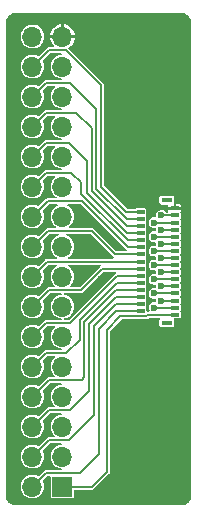
<source format=gbr>
%TF.GenerationSoftware,KiCad,Pcbnew,5.99.0-unknown-8eca23aabe~115~ubuntu20.04.1*%
%TF.CreationDate,2021-02-02T12:30:46+00:00*%
%TF.ProjectId,31pin_lcd_breakout,33317069-6e5f-46c6-9364-5f627265616b,rev?*%
%TF.SameCoordinates,Original*%
%TF.FileFunction,Copper,L1,Top*%
%TF.FilePolarity,Positive*%
%FSLAX46Y46*%
G04 Gerber Fmt 4.6, Leading zero omitted, Abs format (unit mm)*
G04 Created by KiCad (PCBNEW 5.99.0-unknown-8eca23aabe~115~ubuntu20.04.1) date 2021-02-02 12:30:46*
%MOMM*%
%LPD*%
G01*
G04 APERTURE LIST*
%TA.AperFunction,ComponentPad*%
%ADD10R,1.700000X1.700000*%
%TD*%
%TA.AperFunction,ComponentPad*%
%ADD11O,1.700000X1.700000*%
%TD*%
%TA.AperFunction,SMDPad,CuDef*%
%ADD12R,0.700000X0.300000*%
%TD*%
%TA.AperFunction,SMDPad,CuDef*%
%ADD13R,0.950000X0.450000*%
%TD*%
%TA.AperFunction,ViaPad*%
%ADD14C,0.600000*%
%TD*%
%TA.AperFunction,Conductor*%
%ADD15C,0.200000*%
%TD*%
G04 APERTURE END LIST*
D10*
%TO.P,J1,1,Pin_1*%
%TO.N,/LCD_PIN1*%
X146939000Y-95250000D03*
D11*
%TO.P,J1,2,Pin_2*%
%TO.N,/LCD_PIN2*%
X144399000Y-95250000D03*
%TO.P,J1,3,Pin_3*%
%TO.N,/LCD_PIN3*%
X146939000Y-92710000D03*
%TO.P,J1,4,Pin_4*%
%TO.N,/LCD_PIN4*%
X144399000Y-92710000D03*
%TO.P,J1,5,Pin_5*%
%TO.N,/LCD_PIN5*%
X146939000Y-90170000D03*
%TO.P,J1,6,Pin_6*%
%TO.N,/LCD_PIN6*%
X144399000Y-90170000D03*
%TO.P,J1,7,Pin_7*%
%TO.N,/LCD_PIN7*%
X146939000Y-87630000D03*
%TO.P,J1,8,Pin_8*%
%TO.N,/LCD_PIN8*%
X144399000Y-87630000D03*
%TO.P,J1,9,Pin_9*%
%TO.N,/LCD_PIN9*%
X146939000Y-85090000D03*
%TO.P,J1,10,Pin_10*%
%TO.N,/LCD_PIN10*%
X144399000Y-85090000D03*
%TO.P,J1,11,Pin_11*%
%TO.N,/LCD_PIN11*%
X146939000Y-82550000D03*
%TO.P,J1,12,Pin_12*%
%TO.N,/LCD_PIN12*%
X144399000Y-82550000D03*
%TO.P,J1,13,Pin_13*%
%TO.N,/LCD_PIN13*%
X146939000Y-80010000D03*
%TO.P,J1,14,Pin_14*%
%TO.N,/LCD_PIN14*%
X144399000Y-80010000D03*
%TO.P,J1,15,Pin_15*%
%TO.N,/LCD_PIN15*%
X146939000Y-77470000D03*
%TO.P,J1,16,Pin_16*%
%TO.N,/LCD_PIN16*%
X144399000Y-77470000D03*
%TO.P,J1,17,Pin_17*%
%TO.N,/LCD_PIN17*%
X146939000Y-74930000D03*
%TO.P,J1,18,Pin_18*%
%TO.N,/LCD_PIN18*%
X144399000Y-74930000D03*
%TO.P,J1,19,Pin_19*%
%TO.N,/LCD_PIN19*%
X146939000Y-72390000D03*
%TO.P,J1,20,Pin_20*%
%TO.N,/LCD_PIN20*%
X144399000Y-72390000D03*
%TO.P,J1,21,Pin_21*%
%TO.N,/LCD_PIN21*%
X146939000Y-69850000D03*
%TO.P,J1,22,Pin_22*%
%TO.N,/LCD_PIN22*%
X144399000Y-69850000D03*
%TO.P,J1,23,Pin_23*%
%TO.N,/LCD_PIN23*%
X146939000Y-67310000D03*
%TO.P,J1,24,Pin_24*%
%TO.N,/LCD_PIN24*%
X144399000Y-67310000D03*
%TO.P,J1,25,Pin_25*%
%TO.N,/LCD_PIN25*%
X146939000Y-64770000D03*
%TO.P,J1,26,Pin_26*%
%TO.N,/LCD_PIN26*%
X144399000Y-64770000D03*
%TO.P,J1,27,Pin_27*%
%TO.N,/LCD_PIN27*%
X146939000Y-62230000D03*
%TO.P,J1,28,Pin_28*%
%TO.N,/LCD_PIN28*%
X144399000Y-62230000D03*
%TO.P,J1,29,Pin_29*%
%TO.N,/LCD_PIN29*%
X146939000Y-59690000D03*
%TO.P,J1,30,Pin_30*%
%TO.N,/LCD_PIN30*%
X144399000Y-59690000D03*
%TO.P,J1,31,Pin_31*%
%TO.N,/LCD_PIN31*%
X146939000Y-57150000D03*
%TO.P,J1,32,Pin_32*%
%TO.N,no_connect_32*%
X144399000Y-57150000D03*
%TD*%
D12*
%TO.P,J2,1,Pin_1*%
%TO.N,/LCD_PIN1*%
X156450000Y-80700000D03*
%TO.P,J2,2,Pin_2*%
%TO.N,/LCD_PIN2*%
X153550000Y-80400000D03*
%TO.P,J2,3,Pin_3*%
%TO.N,/LCD_PIN3*%
X156450000Y-80100000D03*
%TO.P,J2,4,Pin_4*%
%TO.N,/LCD_PIN4*%
X153550000Y-79800000D03*
%TO.P,J2,5,Pin_5*%
%TO.N,/LCD_PIN5*%
X156450000Y-79500000D03*
%TO.P,J2,6,Pin_6*%
%TO.N,/LCD_PIN6*%
X153550000Y-79200000D03*
%TO.P,J2,7,Pin_7*%
%TO.N,/LCD_PIN7*%
X156450000Y-78900000D03*
%TO.P,J2,8,Pin_8*%
%TO.N,/LCD_PIN8*%
X153550000Y-78600000D03*
%TO.P,J2,9,Pin_9*%
%TO.N,/LCD_PIN9*%
X156450000Y-78300000D03*
%TO.P,J2,10,Pin_10*%
%TO.N,/LCD_PIN10*%
X153550000Y-78000000D03*
%TO.P,J2,11,Pin_11*%
%TO.N,/LCD_PIN11*%
X156450000Y-77700000D03*
%TO.P,J2,12,Pin_12*%
%TO.N,/LCD_PIN12*%
X153550000Y-77400000D03*
%TO.P,J2,13,Pin_13*%
%TO.N,/LCD_PIN13*%
X156450000Y-77100000D03*
%TO.P,J2,14,Pin_14*%
%TO.N,/LCD_PIN14*%
X153550000Y-76800000D03*
%TO.P,J2,15,Pin_15*%
%TO.N,/LCD_PIN15*%
X156450000Y-76500000D03*
%TO.P,J2,16,Pin_16*%
%TO.N,/LCD_PIN16*%
X153550000Y-76200000D03*
%TO.P,J2,17,Pin_17*%
%TO.N,/LCD_PIN17*%
X156450000Y-75900000D03*
%TO.P,J2,18,Pin_18*%
%TO.N,/LCD_PIN18*%
X153550000Y-75600000D03*
%TO.P,J2,19,Pin_19*%
%TO.N,/LCD_PIN19*%
X156450000Y-75300000D03*
%TO.P,J2,20,Pin_20*%
%TO.N,/LCD_PIN20*%
X153550000Y-75000000D03*
%TO.P,J2,21,Pin_21*%
%TO.N,/LCD_PIN21*%
X156450000Y-74700000D03*
%TO.P,J2,22,Pin_22*%
%TO.N,/LCD_PIN22*%
X153550000Y-74400000D03*
%TO.P,J2,23,Pin_23*%
%TO.N,/LCD_PIN23*%
X156450000Y-74100000D03*
%TO.P,J2,24,Pin_24*%
%TO.N,/LCD_PIN24*%
X153550000Y-73800000D03*
%TO.P,J2,25,Pin_25*%
%TO.N,/LCD_PIN25*%
X156450000Y-73500000D03*
%TO.P,J2,26,Pin_26*%
%TO.N,/LCD_PIN26*%
X153550000Y-73200000D03*
%TO.P,J2,27,Pin_27*%
%TO.N,/LCD_PIN27*%
X156450000Y-72900000D03*
%TO.P,J2,28,Pin_28*%
%TO.N,/LCD_PIN28*%
X153550000Y-72600000D03*
%TO.P,J2,29,Pin_29*%
%TO.N,/LCD_PIN29*%
X156450000Y-72300000D03*
%TO.P,J2,30,Pin_30*%
%TO.N,/LCD_PIN30*%
X153550000Y-72000000D03*
%TO.P,J2,31,Pin_31*%
%TO.N,/LCD_PIN31*%
X156450000Y-71700000D03*
D13*
%TO.P,J2,~*%
%TO.N,N/C*%
X155775000Y-71000000D03*
X155775000Y-81400000D03*
%TD*%
D14*
%TO.N,/LCD_PIN31*%
X153100000Y-84200000D03*
X148300000Y-71700000D03*
X150400000Y-75600000D03*
X150700000Y-74100000D03*
X152000000Y-81800000D03*
X152200000Y-83200000D03*
X154674272Y-68625728D03*
X153500000Y-86500000D03*
X151200000Y-69200000D03*
X156900000Y-70900000D03*
X148200000Y-75600000D03*
X156300000Y-70200000D03*
X148300000Y-74300000D03*
X148300000Y-73000000D03*
X157000000Y-81600000D03*
X149200000Y-74300000D03*
X150200000Y-77700000D03*
X152038522Y-70861478D03*
X148900000Y-77100000D03*
X155400000Y-84200000D03*
X154100000Y-69800000D03*
%TO.N,/LCD_PIN29*%
X155300000Y-72300000D03*
%TO.N,/LCD_PIN27*%
X154700000Y-72900000D03*
%TO.N,/LCD_PIN25*%
X155300000Y-73500000D03*
%TO.N,/LCD_PIN23*%
X154700000Y-74100000D03*
%TO.N,/LCD_PIN21*%
X155300000Y-74700000D03*
%TO.N,/LCD_PIN19*%
X154700000Y-75300000D03*
%TO.N,/LCD_PIN17*%
X155300000Y-75900000D03*
%TO.N,/LCD_PIN15*%
X154700000Y-76500000D03*
%TO.N,/LCD_PIN13*%
X155300000Y-77100000D03*
%TO.N,/LCD_PIN11*%
X154700000Y-77700000D03*
%TO.N,/LCD_PIN9*%
X155300000Y-78300000D03*
%TO.N,/LCD_PIN7*%
X154700000Y-78900000D03*
%TO.N,/LCD_PIN5*%
X155300000Y-79500000D03*
%TO.N,/LCD_PIN3*%
X154700000Y-80100000D03*
%TD*%
D15*
%TO.N,/LCD_PIN30*%
X145788989Y-58300011D02*
X144399000Y-59690000D01*
X147251028Y-58300011D02*
X145788989Y-58300011D01*
X150200000Y-69871500D02*
X150200000Y-61248983D01*
X152328500Y-72000000D02*
X150200000Y-69871500D01*
X150200000Y-61248983D02*
X147251028Y-58300011D01*
X153550000Y-72000000D02*
X152328500Y-72000000D01*
%TO.N,/LCD_PIN29*%
X156450000Y-72300000D02*
X155300000Y-72300000D01*
%TO.N,/LCD_PIN28*%
X147579989Y-61079989D02*
X149799989Y-63299989D01*
X149799989Y-63299989D02*
X149799989Y-70037189D01*
X149799989Y-70037189D02*
X152362800Y-72600000D01*
X145549011Y-61079989D02*
X147579989Y-61079989D01*
X144399000Y-62230000D02*
X145549011Y-61079989D01*
X152362800Y-72600000D02*
X153550000Y-72600000D01*
%TO.N,/LCD_PIN27*%
X156450000Y-72900000D02*
X154700000Y-72900000D01*
%TO.N,/LCD_PIN26*%
X144399000Y-64770000D02*
X145549011Y-63619989D01*
X152397100Y-73200000D02*
X153550000Y-73200000D01*
X149399978Y-64899978D02*
X149399978Y-70202878D01*
X149399978Y-70202878D02*
X152397100Y-73200000D01*
X148119989Y-63619989D02*
X149399978Y-64899978D01*
X145549011Y-63619989D02*
X148119989Y-63619989D01*
%TO.N,/LCD_PIN25*%
X156450000Y-73500000D02*
X155300000Y-73500000D01*
%TO.N,/LCD_PIN24*%
X152431400Y-73800000D02*
X153550000Y-73800000D01*
X147494289Y-66159989D02*
X148999967Y-67665667D01*
X145549011Y-66159989D02*
X147494289Y-66159989D01*
X144399000Y-67310000D02*
X145549011Y-66159989D01*
X148999967Y-70368567D02*
X152431400Y-73800000D01*
X148999967Y-67665667D02*
X148999967Y-70368567D01*
%TO.N,/LCD_PIN23*%
X156450000Y-74100000D02*
X154700000Y-74100000D01*
%TO.N,/LCD_PIN22*%
X148505679Y-69505679D02*
X148505679Y-70439979D01*
X145549011Y-68699989D02*
X147699989Y-68699989D01*
X144399000Y-69850000D02*
X145549011Y-68699989D01*
X147699989Y-68699989D02*
X148505679Y-69505679D01*
X148505679Y-70439979D02*
X152465700Y-74400000D01*
X152465700Y-74400000D02*
X153550000Y-74400000D01*
%TO.N,/LCD_PIN21*%
X156450000Y-74700000D02*
X155300000Y-74700000D01*
%TO.N,/LCD_PIN20*%
X145689000Y-71100000D02*
X148600000Y-71100000D01*
X144399000Y-72390000D02*
X145689000Y-71100000D01*
X152500000Y-75000000D02*
X153550000Y-75000000D01*
X148600000Y-71100000D02*
X152500000Y-75000000D01*
%TO.N,/LCD_PIN19*%
X156450000Y-75300000D02*
X154700000Y-75300000D01*
%TO.N,/LCD_PIN18*%
X151400000Y-75600000D02*
X153550000Y-75600000D01*
X149400000Y-73600000D02*
X151400000Y-75600000D01*
X145729000Y-73600000D02*
X149400000Y-73600000D01*
X144399000Y-74930000D02*
X145729000Y-73600000D01*
%TO.N,/LCD_PIN17*%
X156450000Y-75900000D02*
X155300000Y-75900000D01*
%TO.N,/LCD_PIN16*%
X145669000Y-76200000D02*
X153550000Y-76200000D01*
X144399000Y-77470000D02*
X145669000Y-76200000D01*
%TO.N,/LCD_PIN15*%
X156450000Y-76500000D02*
X154700000Y-76500000D01*
%TO.N,/LCD_PIN14*%
X150300000Y-76800000D02*
X153550000Y-76800000D01*
X145788989Y-78620011D02*
X148479989Y-78620011D01*
X144399000Y-80010000D02*
X145788989Y-78620011D01*
X148479989Y-78620011D02*
X150300000Y-76800000D01*
%TO.N,/LCD_PIN13*%
X156450000Y-77100000D02*
X155300000Y-77100000D01*
%TO.N,/LCD_PIN12*%
X144399000Y-82550000D02*
X145549011Y-81399989D01*
X151571500Y-77400000D02*
X153550000Y-77400000D01*
X147571511Y-81399989D02*
X151571500Y-77400000D01*
X145549011Y-81399989D02*
X147571511Y-81399989D01*
%TO.N,/LCD_PIN11*%
X156450000Y-77700000D02*
X154700000Y-77700000D01*
%TO.N,/LCD_PIN10*%
X147272891Y-83939989D02*
X148399958Y-82812922D01*
X151537200Y-78000000D02*
X153550000Y-78000000D01*
X145549011Y-83939989D02*
X147272891Y-83939989D01*
X148399958Y-82812922D02*
X148399960Y-81137240D01*
X148399960Y-81137240D02*
X151537200Y-78000000D01*
X144399000Y-85090000D02*
X145549011Y-83939989D01*
%TO.N,/LCD_PIN9*%
X156450000Y-78300000D02*
X155300000Y-78300000D01*
%TO.N,/LCD_PIN8*%
X148559989Y-86240011D02*
X148799967Y-86000033D01*
X151502900Y-78600000D02*
X153550000Y-78600000D01*
X148799970Y-81302930D02*
X151502900Y-78600000D01*
X145788989Y-86240011D02*
X148559989Y-86240011D01*
X148799967Y-86000033D02*
X148799970Y-81302930D01*
X144399000Y-87630000D02*
X145788989Y-86240011D01*
%TO.N,/LCD_PIN7*%
X156450000Y-78900000D02*
X154700000Y-78900000D01*
%TO.N,/LCD_PIN6*%
X151468600Y-79200000D02*
X153550000Y-79200000D01*
X144399000Y-90170000D02*
X145788988Y-88780011D01*
X145788988Y-88780011D02*
X147619989Y-88780011D01*
X147619989Y-88780011D02*
X149199978Y-87200022D01*
X149199980Y-81468620D02*
X151468600Y-79200000D01*
X149199978Y-87200022D02*
X149199980Y-81468620D01*
%TO.N,/LCD_PIN5*%
X156450000Y-79500000D02*
X155300000Y-79500000D01*
%TO.N,/LCD_PIN4*%
X145788989Y-91320011D02*
X147491006Y-91320011D01*
X149599990Y-81634310D02*
X151434300Y-79800000D01*
X149599989Y-89211028D02*
X149599990Y-81634310D01*
X151434300Y-79800000D02*
X153550000Y-79800000D01*
X144399000Y-92710000D02*
X145788989Y-91320011D01*
X147491006Y-91320011D02*
X149599989Y-89211028D01*
%TO.N,/LCD_PIN3*%
X156450000Y-80100000D02*
X154700000Y-80100000D01*
%TO.N,/LCD_PIN2*%
X144399000Y-95250000D02*
X145549011Y-94099989D01*
X151500000Y-80400000D02*
X153550000Y-80400000D01*
X145549011Y-94099989D02*
X148400011Y-94099989D01*
X150000000Y-81900000D02*
X151500000Y-80400000D01*
X148400011Y-94099989D02*
X150000000Y-92500000D01*
X150000000Y-92500000D02*
X150000000Y-81900000D01*
%TO.N,/LCD_PIN1*%
X150700000Y-94000000D02*
X149450000Y-95250000D01*
X154049989Y-80850011D02*
X151849989Y-80850011D01*
X151849989Y-80850011D02*
X150700000Y-82000000D01*
X149450000Y-95250000D02*
X146939000Y-95250000D01*
X156450000Y-80700000D02*
X154200000Y-80700000D01*
X150700000Y-82000000D02*
X150700000Y-94000000D01*
X154200000Y-80700000D02*
X154049989Y-80850011D01*
%TD*%
%TA.AperFunction,Conductor*%
%TO.N,/LCD_PIN31*%
G36*
X156972496Y-55152995D02*
G01*
X156972870Y-55153104D01*
X156977676Y-55154515D01*
X156982526Y-55154630D01*
X156982527Y-55154630D01*
X157054947Y-55156345D01*
X157060447Y-55156680D01*
X157083229Y-55158924D01*
X157095057Y-55160088D01*
X157102233Y-55161153D01*
X157226568Y-55185885D01*
X157233597Y-55187645D01*
X157246265Y-55191488D01*
X157257080Y-55194769D01*
X157263915Y-55197215D01*
X157381049Y-55245734D01*
X157387612Y-55248838D01*
X157387616Y-55248840D01*
X157409225Y-55260390D01*
X157415450Y-55264121D01*
X157520874Y-55334563D01*
X157526698Y-55338882D01*
X157526701Y-55338884D01*
X157526702Y-55338885D01*
X157545657Y-55354441D01*
X157551038Y-55359318D01*
X157640680Y-55448960D01*
X157645559Y-55454343D01*
X157661116Y-55473301D01*
X157665439Y-55479131D01*
X157735880Y-55584552D01*
X157739614Y-55590782D01*
X157751160Y-55612383D01*
X157754259Y-55618934D01*
X157802795Y-55736106D01*
X157805227Y-55742905D01*
X157812354Y-55766398D01*
X157814114Y-55773427D01*
X157837262Y-55889800D01*
X157838846Y-55897762D01*
X157839912Y-55904946D01*
X157843320Y-55939553D01*
X157843655Y-55945053D01*
X157845485Y-56022325D01*
X157846852Y-56026981D01*
X157846852Y-56026982D01*
X157847005Y-56027505D01*
X157850000Y-56048344D01*
X157850000Y-95951668D01*
X157847004Y-95972510D01*
X157846854Y-95973019D01*
X157846853Y-95973028D01*
X157845488Y-95977677D01*
X157845373Y-95982527D01*
X157845373Y-95982528D01*
X157843657Y-96054940D01*
X157843322Y-96060437D01*
X157839914Y-96095054D01*
X157838850Y-96102229D01*
X157827457Y-96159507D01*
X157814119Y-96226562D01*
X157812354Y-96233607D01*
X157805231Y-96257087D01*
X157802785Y-96263924D01*
X157754271Y-96381046D01*
X157751166Y-96387610D01*
X157739610Y-96409230D01*
X157735877Y-96415459D01*
X157665438Y-96520878D01*
X157661121Y-96526698D01*
X157645562Y-96545657D01*
X157640691Y-96551032D01*
X157551038Y-96640685D01*
X157545660Y-96645559D01*
X157526704Y-96661116D01*
X157520879Y-96665437D01*
X157415457Y-96735877D01*
X157409233Y-96739607D01*
X157387594Y-96751174D01*
X157381042Y-96754272D01*
X157293187Y-96790662D01*
X157263920Y-96802785D01*
X157257084Y-96805231D01*
X157233610Y-96812352D01*
X157226567Y-96814116D01*
X157102215Y-96838850D01*
X157095057Y-96839912D01*
X157060430Y-96843323D01*
X157054978Y-96843654D01*
X156989503Y-96845205D01*
X156982528Y-96845370D01*
X156982527Y-96845370D01*
X156977676Y-96845485D01*
X156973019Y-96846852D01*
X156973018Y-96846852D01*
X156972496Y-96847005D01*
X156951657Y-96850000D01*
X143048344Y-96850000D01*
X143027505Y-96847005D01*
X143026982Y-96846852D01*
X143026983Y-96846852D01*
X143022325Y-96845485D01*
X143017475Y-96845370D01*
X143017474Y-96845370D01*
X142945053Y-96843655D01*
X142939553Y-96843320D01*
X142916771Y-96841076D01*
X142904943Y-96839912D01*
X142897767Y-96838847D01*
X142773427Y-96814114D01*
X142766407Y-96812356D01*
X142742905Y-96805227D01*
X142736106Y-96802795D01*
X142618934Y-96754259D01*
X142612388Y-96751162D01*
X142590775Y-96739610D01*
X142584552Y-96735880D01*
X142479131Y-96665439D01*
X142473301Y-96661116D01*
X142456104Y-96647004D01*
X142454342Y-96645558D01*
X142448960Y-96640680D01*
X142359318Y-96551038D01*
X142354441Y-96545657D01*
X142354437Y-96545652D01*
X142338882Y-96526698D01*
X142334559Y-96520869D01*
X142264121Y-96415450D01*
X142260387Y-96409220D01*
X142248838Y-96387612D01*
X142245734Y-96381049D01*
X142197215Y-96263915D01*
X142194769Y-96257080D01*
X142191130Y-96245085D01*
X142187645Y-96233597D01*
X142185885Y-96226568D01*
X142161153Y-96102233D01*
X142160088Y-96095054D01*
X142156680Y-96060447D01*
X142156345Y-96054947D01*
X142154630Y-95982527D01*
X142154630Y-95982526D01*
X142154515Y-95977676D01*
X142152995Y-95972496D01*
X142150000Y-95951657D01*
X142150000Y-59788120D01*
X143398299Y-59788120D01*
X143438468Y-59987334D01*
X143517874Y-60174403D01*
X143633273Y-60341685D01*
X143779952Y-60482345D01*
X143783118Y-60484339D01*
X143783121Y-60484341D01*
X143878073Y-60544135D01*
X143951919Y-60590638D01*
X143955428Y-60591957D01*
X143955430Y-60591958D01*
X144112669Y-60651060D01*
X144142149Y-60662141D01*
X144342871Y-60693932D01*
X144346616Y-60693762D01*
X144346618Y-60693762D01*
X144542143Y-60684883D01*
X144545886Y-60684713D01*
X144549516Y-60683794D01*
X144549519Y-60683794D01*
X144739267Y-60635781D01*
X144739271Y-60635779D01*
X144742901Y-60634861D01*
X144925868Y-60546411D01*
X145087312Y-60422978D01*
X145220639Y-60269603D01*
X145320403Y-60092551D01*
X145382527Y-59899055D01*
X145404475Y-59697020D01*
X145404500Y-59690000D01*
X145383963Y-59487816D01*
X145323191Y-59293891D01*
X145288236Y-59230830D01*
X145280318Y-59180835D01*
X145300632Y-59142629D01*
X145871076Y-58572185D01*
X145916952Y-58550793D01*
X145923402Y-58550511D01*
X146799610Y-58550511D01*
X146847176Y-58567824D01*
X146872486Y-58611661D01*
X146863696Y-58661511D01*
X146824919Y-58694048D01*
X146810676Y-58697679D01*
X146744023Y-58707760D01*
X146688942Y-58716090D01*
X146685427Y-58717383D01*
X146685424Y-58717384D01*
X146598908Y-58749216D01*
X146498218Y-58786263D01*
X146495031Y-58788239D01*
X146328682Y-58891379D01*
X146328679Y-58891381D01*
X146325499Y-58893353D01*
X146177841Y-59032986D01*
X146061277Y-59199457D01*
X145980567Y-59385967D01*
X145979802Y-59389629D01*
X145979801Y-59389632D01*
X145969106Y-59440826D01*
X145939008Y-59584897D01*
X145938299Y-59788120D01*
X145978468Y-59987334D01*
X146057874Y-60174403D01*
X146173273Y-60341685D01*
X146319952Y-60482345D01*
X146323118Y-60484339D01*
X146323121Y-60484341D01*
X146418073Y-60544135D01*
X146491919Y-60590638D01*
X146495428Y-60591957D01*
X146495430Y-60591958D01*
X146652669Y-60651060D01*
X146682149Y-60662141D01*
X146685849Y-60662727D01*
X146810060Y-60682400D01*
X146854332Y-60706941D01*
X146872473Y-60754197D01*
X146855993Y-60802059D01*
X146812604Y-60828129D01*
X146798484Y-60829489D01*
X145581435Y-60829489D01*
X145566998Y-60828067D01*
X145556160Y-60825911D01*
X145549011Y-60824489D01*
X145523875Y-60829489D01*
X145523874Y-60829489D01*
X145488959Y-60836434D01*
X145458382Y-60842516D01*
X145458380Y-60842517D01*
X145451235Y-60843938D01*
X145368345Y-60899323D01*
X145364296Y-60905383D01*
X145358156Y-60914572D01*
X145348953Y-60925786D01*
X144946251Y-61328488D01*
X144900375Y-61349880D01*
X144861257Y-61342560D01*
X144749489Y-61287563D01*
X144552827Y-61236336D01*
X144549088Y-61236140D01*
X144353627Y-61225896D01*
X144353624Y-61225896D01*
X144349882Y-61225700D01*
X144148942Y-61256090D01*
X144145427Y-61257383D01*
X144145424Y-61257384D01*
X144058908Y-61289216D01*
X143958218Y-61326263D01*
X143955031Y-61328239D01*
X143788682Y-61431379D01*
X143788679Y-61431381D01*
X143785499Y-61433353D01*
X143637841Y-61572986D01*
X143521277Y-61739457D01*
X143440567Y-61925967D01*
X143399008Y-62124897D01*
X143398299Y-62328120D01*
X143438468Y-62527334D01*
X143517874Y-62714403D01*
X143633273Y-62881685D01*
X143779952Y-63022345D01*
X143783118Y-63024339D01*
X143783121Y-63024341D01*
X143878073Y-63084135D01*
X143951919Y-63130638D01*
X143955428Y-63131957D01*
X143955430Y-63131958D01*
X144112669Y-63191060D01*
X144142149Y-63202141D01*
X144342871Y-63233932D01*
X144346616Y-63233762D01*
X144346618Y-63233762D01*
X144542143Y-63224883D01*
X144545886Y-63224713D01*
X144549516Y-63223794D01*
X144549519Y-63223794D01*
X144739267Y-63175781D01*
X144739271Y-63175779D01*
X144742901Y-63174861D01*
X144925868Y-63086411D01*
X145087312Y-62962978D01*
X145220639Y-62809603D01*
X145320403Y-62632551D01*
X145382527Y-62439055D01*
X145404475Y-62237020D01*
X145404500Y-62230000D01*
X145383963Y-62027816D01*
X145350969Y-61922532D01*
X145324312Y-61837467D01*
X145324311Y-61837464D01*
X145323191Y-61833891D01*
X145288236Y-61770830D01*
X145280318Y-61720835D01*
X145300632Y-61682629D01*
X145631098Y-61352163D01*
X145676974Y-61330771D01*
X145683424Y-61330489D01*
X146248321Y-61330489D01*
X146295887Y-61347802D01*
X146321197Y-61391639D01*
X146312407Y-61441489D01*
X146299166Y-61458255D01*
X146177841Y-61572986D01*
X146061277Y-61739457D01*
X145980567Y-61925967D01*
X145939008Y-62124897D01*
X145938299Y-62328120D01*
X145978468Y-62527334D01*
X146057874Y-62714403D01*
X146173273Y-62881685D01*
X146319952Y-63022345D01*
X146323118Y-63024339D01*
X146323121Y-63024341D01*
X146418073Y-63084135D01*
X146491919Y-63130638D01*
X146495428Y-63131957D01*
X146495430Y-63131958D01*
X146652669Y-63191060D01*
X146682149Y-63202141D01*
X146685849Y-63202727D01*
X146810060Y-63222400D01*
X146854332Y-63246941D01*
X146872473Y-63294197D01*
X146855993Y-63342059D01*
X146812604Y-63368129D01*
X146798484Y-63369489D01*
X145581435Y-63369489D01*
X145566998Y-63368067D01*
X145556160Y-63365911D01*
X145549011Y-63364489D01*
X145523875Y-63369489D01*
X145523874Y-63369489D01*
X145488959Y-63376434D01*
X145458382Y-63382516D01*
X145458380Y-63382517D01*
X145451235Y-63383938D01*
X145368345Y-63439323D01*
X145364296Y-63445383D01*
X145358156Y-63454572D01*
X145348953Y-63465786D01*
X144946251Y-63868488D01*
X144900375Y-63889880D01*
X144861257Y-63882560D01*
X144749489Y-63827563D01*
X144552827Y-63776336D01*
X144549088Y-63776140D01*
X144353627Y-63765896D01*
X144353624Y-63765896D01*
X144349882Y-63765700D01*
X144148942Y-63796090D01*
X144145427Y-63797383D01*
X144145424Y-63797384D01*
X144058908Y-63829216D01*
X143958218Y-63866263D01*
X143955031Y-63868239D01*
X143788682Y-63971379D01*
X143788679Y-63971381D01*
X143785499Y-63973353D01*
X143637841Y-64112986D01*
X143521277Y-64279457D01*
X143440567Y-64465967D01*
X143439802Y-64469629D01*
X143439801Y-64469632D01*
X143418510Y-64571547D01*
X143399008Y-64664897D01*
X143398299Y-64868120D01*
X143438468Y-65067334D01*
X143517874Y-65254403D01*
X143633273Y-65421685D01*
X143779952Y-65562345D01*
X143783118Y-65564339D01*
X143783121Y-65564341D01*
X143878073Y-65624135D01*
X143951919Y-65670638D01*
X143955428Y-65671957D01*
X143955430Y-65671958D01*
X144112669Y-65731060D01*
X144142149Y-65742141D01*
X144342871Y-65773932D01*
X144346616Y-65773762D01*
X144346618Y-65773762D01*
X144542143Y-65764883D01*
X144545886Y-65764713D01*
X144549516Y-65763794D01*
X144549519Y-65763794D01*
X144739267Y-65715781D01*
X144739271Y-65715779D01*
X144742901Y-65714861D01*
X144925868Y-65626411D01*
X145087312Y-65502978D01*
X145220639Y-65349603D01*
X145320403Y-65172551D01*
X145382527Y-64979055D01*
X145404475Y-64777020D01*
X145404500Y-64770000D01*
X145383963Y-64567816D01*
X145376456Y-64543862D01*
X145324312Y-64377467D01*
X145324311Y-64377464D01*
X145323191Y-64373891D01*
X145288236Y-64310830D01*
X145280318Y-64260835D01*
X145300632Y-64222629D01*
X145631098Y-63892163D01*
X145676974Y-63870771D01*
X145683424Y-63870489D01*
X146248321Y-63870489D01*
X146295887Y-63887802D01*
X146321197Y-63931639D01*
X146312407Y-63981489D01*
X146299166Y-63998255D01*
X146177841Y-64112986D01*
X146061277Y-64279457D01*
X145980567Y-64465967D01*
X145979802Y-64469629D01*
X145979801Y-64469632D01*
X145958510Y-64571547D01*
X145939008Y-64664897D01*
X145938299Y-64868120D01*
X145978468Y-65067334D01*
X146057874Y-65254403D01*
X146173273Y-65421685D01*
X146319952Y-65562345D01*
X146323118Y-65564339D01*
X146323121Y-65564341D01*
X146418073Y-65624135D01*
X146491919Y-65670638D01*
X146495428Y-65671957D01*
X146495430Y-65671958D01*
X146652669Y-65731060D01*
X146682149Y-65742141D01*
X146685849Y-65742727D01*
X146810060Y-65762400D01*
X146854332Y-65786941D01*
X146872473Y-65834197D01*
X146855993Y-65882059D01*
X146812604Y-65908129D01*
X146798484Y-65909489D01*
X145581435Y-65909489D01*
X145566998Y-65908067D01*
X145556160Y-65905911D01*
X145549011Y-65904489D01*
X145523875Y-65909489D01*
X145523874Y-65909489D01*
X145488959Y-65916434D01*
X145458382Y-65922516D01*
X145458380Y-65922517D01*
X145451235Y-65923938D01*
X145368345Y-65979323D01*
X145364296Y-65985383D01*
X145358156Y-65994572D01*
X145348953Y-66005786D01*
X144946251Y-66408488D01*
X144900375Y-66429880D01*
X144861257Y-66422560D01*
X144749489Y-66367563D01*
X144552827Y-66316336D01*
X144549088Y-66316140D01*
X144353627Y-66305896D01*
X144353624Y-66305896D01*
X144349882Y-66305700D01*
X144148942Y-66336090D01*
X144145427Y-66337383D01*
X144145424Y-66337384D01*
X144058908Y-66369216D01*
X143958218Y-66406263D01*
X143955031Y-66408239D01*
X143788682Y-66511379D01*
X143788679Y-66511381D01*
X143785499Y-66513353D01*
X143637841Y-66652986D01*
X143521277Y-66819457D01*
X143440567Y-67005967D01*
X143399008Y-67204897D01*
X143398995Y-67208640D01*
X143398556Y-67334591D01*
X143398299Y-67408120D01*
X143438468Y-67607334D01*
X143439932Y-67610784D01*
X143439933Y-67610786D01*
X143507273Y-67769428D01*
X143517874Y-67794403D01*
X143633273Y-67961685D01*
X143779952Y-68102345D01*
X143783118Y-68104339D01*
X143783121Y-68104341D01*
X143878073Y-68164135D01*
X143951919Y-68210638D01*
X143955428Y-68211957D01*
X143955430Y-68211958D01*
X144112669Y-68271060D01*
X144142149Y-68282141D01*
X144342871Y-68313932D01*
X144346616Y-68313762D01*
X144346618Y-68313762D01*
X144542143Y-68304883D01*
X144545886Y-68304713D01*
X144549516Y-68303794D01*
X144549519Y-68303794D01*
X144739267Y-68255781D01*
X144739271Y-68255779D01*
X144742901Y-68254861D01*
X144925868Y-68166411D01*
X145087312Y-68042978D01*
X145220639Y-67889603D01*
X145276227Y-67790950D01*
X145318563Y-67715817D01*
X145318564Y-67715815D01*
X145320403Y-67712551D01*
X145382527Y-67519055D01*
X145404475Y-67317020D01*
X145404500Y-67310000D01*
X145383963Y-67107816D01*
X145323191Y-66913891D01*
X145288236Y-66850830D01*
X145280318Y-66800835D01*
X145300632Y-66762629D01*
X145631098Y-66432163D01*
X145676974Y-66410771D01*
X145683424Y-66410489D01*
X146248321Y-66410489D01*
X146295887Y-66427802D01*
X146321197Y-66471639D01*
X146312407Y-66521489D01*
X146299166Y-66538255D01*
X146177841Y-66652986D01*
X146061277Y-66819457D01*
X145980567Y-67005967D01*
X145939008Y-67204897D01*
X145938995Y-67208640D01*
X145938556Y-67334591D01*
X145938299Y-67408120D01*
X145978468Y-67607334D01*
X145979932Y-67610784D01*
X145979933Y-67610786D01*
X146047273Y-67769428D01*
X146057874Y-67794403D01*
X146173273Y-67961685D01*
X146319952Y-68102345D01*
X146323118Y-68104339D01*
X146323121Y-68104341D01*
X146418073Y-68164135D01*
X146491919Y-68210638D01*
X146495428Y-68211957D01*
X146495430Y-68211958D01*
X146652669Y-68271060D01*
X146682149Y-68282141D01*
X146685849Y-68282727D01*
X146810060Y-68302400D01*
X146854332Y-68326941D01*
X146872473Y-68374197D01*
X146855993Y-68422059D01*
X146812604Y-68448129D01*
X146798484Y-68449489D01*
X145581435Y-68449489D01*
X145566998Y-68448067D01*
X145556160Y-68445911D01*
X145549011Y-68444489D01*
X145523875Y-68449489D01*
X145523874Y-68449489D01*
X145488959Y-68456434D01*
X145458382Y-68462516D01*
X145458380Y-68462517D01*
X145451235Y-68463938D01*
X145368345Y-68519323D01*
X145364296Y-68525383D01*
X145358156Y-68534572D01*
X145348953Y-68545786D01*
X144946251Y-68948488D01*
X144900375Y-68969880D01*
X144861257Y-68962560D01*
X144749489Y-68907563D01*
X144552827Y-68856336D01*
X144549088Y-68856140D01*
X144353627Y-68845896D01*
X144353624Y-68845896D01*
X144349882Y-68845700D01*
X144148942Y-68876090D01*
X144145427Y-68877383D01*
X144145424Y-68877384D01*
X144058908Y-68909216D01*
X143958218Y-68946263D01*
X143955031Y-68948239D01*
X143788682Y-69051379D01*
X143788679Y-69051381D01*
X143785499Y-69053353D01*
X143637841Y-69192986D01*
X143635695Y-69196051D01*
X143635694Y-69196052D01*
X143523430Y-69356382D01*
X143521277Y-69359457D01*
X143507700Y-69390831D01*
X143483483Y-69446795D01*
X143440567Y-69545967D01*
X143439802Y-69549629D01*
X143439801Y-69549632D01*
X143420903Y-69640092D01*
X143399008Y-69744897D01*
X143398299Y-69948120D01*
X143438468Y-70147334D01*
X143517874Y-70334403D01*
X143633273Y-70501685D01*
X143779952Y-70642345D01*
X143783118Y-70644339D01*
X143783121Y-70644341D01*
X143932644Y-70738500D01*
X143951919Y-70750638D01*
X143955428Y-70751957D01*
X143955430Y-70751958D01*
X144092449Y-70803460D01*
X144142149Y-70822141D01*
X144342871Y-70853932D01*
X144346616Y-70853762D01*
X144346618Y-70853762D01*
X144542143Y-70844883D01*
X144545886Y-70844713D01*
X144549516Y-70843794D01*
X144549519Y-70843794D01*
X144739267Y-70795781D01*
X144739271Y-70795779D01*
X144742901Y-70794861D01*
X144925868Y-70706411D01*
X145087312Y-70582978D01*
X145220639Y-70429603D01*
X145320403Y-70252551D01*
X145382527Y-70059055D01*
X145404475Y-69857020D01*
X145404500Y-69850000D01*
X145383963Y-69647816D01*
X145323191Y-69453891D01*
X145288236Y-69390830D01*
X145280318Y-69340835D01*
X145300632Y-69302629D01*
X145631098Y-68972163D01*
X145676974Y-68950771D01*
X145683424Y-68950489D01*
X146248321Y-68950489D01*
X146295887Y-68967802D01*
X146321197Y-69011639D01*
X146312407Y-69061489D01*
X146299166Y-69078255D01*
X146177841Y-69192986D01*
X146175695Y-69196051D01*
X146175694Y-69196052D01*
X146063430Y-69356382D01*
X146061277Y-69359457D01*
X146047700Y-69390831D01*
X146023483Y-69446795D01*
X145980567Y-69545967D01*
X145979802Y-69549629D01*
X145979801Y-69549632D01*
X145960903Y-69640092D01*
X145939008Y-69744897D01*
X145938299Y-69948120D01*
X145978468Y-70147334D01*
X146057874Y-70334403D01*
X146173273Y-70501685D01*
X146319952Y-70642345D01*
X146323118Y-70644339D01*
X146323121Y-70644341D01*
X146431963Y-70712882D01*
X146462988Y-70752879D01*
X146461044Y-70803460D01*
X146427043Y-70840959D01*
X146392530Y-70849500D01*
X145721424Y-70849500D01*
X145706987Y-70848078D01*
X145696149Y-70845922D01*
X145689000Y-70844500D01*
X145681851Y-70845922D01*
X145663863Y-70849500D01*
X145598371Y-70862527D01*
X145598369Y-70862528D01*
X145591224Y-70863949D01*
X145508334Y-70919334D01*
X145504285Y-70925394D01*
X145498143Y-70934586D01*
X145488940Y-70945800D01*
X144946251Y-71488488D01*
X144900374Y-71509880D01*
X144861257Y-71502560D01*
X144749489Y-71447563D01*
X144552827Y-71396336D01*
X144549088Y-71396140D01*
X144353627Y-71385896D01*
X144353624Y-71385896D01*
X144349882Y-71385700D01*
X144148942Y-71416090D01*
X144145427Y-71417383D01*
X144145424Y-71417384D01*
X143961740Y-71484967D01*
X143958218Y-71486263D01*
X143955031Y-71488239D01*
X143788682Y-71591379D01*
X143788679Y-71591381D01*
X143785499Y-71593353D01*
X143637841Y-71732986D01*
X143635695Y-71736051D01*
X143635694Y-71736052D01*
X143534317Y-71880834D01*
X143521277Y-71899457D01*
X143507701Y-71930830D01*
X143442467Y-72081577D01*
X143440567Y-72085967D01*
X143439802Y-72089629D01*
X143439801Y-72089632D01*
X143427190Y-72150000D01*
X143399008Y-72284897D01*
X143398995Y-72288640D01*
X143398420Y-72453570D01*
X143398299Y-72488120D01*
X143438468Y-72687334D01*
X143439932Y-72690784D01*
X143439933Y-72690786D01*
X143507728Y-72850500D01*
X143517874Y-72874403D01*
X143633273Y-73041685D01*
X143779952Y-73182345D01*
X143783118Y-73184339D01*
X143783121Y-73184341D01*
X143948641Y-73288574D01*
X143951919Y-73290638D01*
X143955428Y-73291957D01*
X143955430Y-73291958D01*
X144112669Y-73351060D01*
X144142149Y-73362141D01*
X144342871Y-73393932D01*
X144346616Y-73393762D01*
X144346618Y-73393762D01*
X144542143Y-73384883D01*
X144545886Y-73384713D01*
X144549516Y-73383794D01*
X144549519Y-73383794D01*
X144739267Y-73335781D01*
X144739271Y-73335779D01*
X144742901Y-73334861D01*
X144748433Y-73332187D01*
X144922494Y-73248042D01*
X144925868Y-73246411D01*
X144929060Y-73243971D01*
X144978283Y-73206337D01*
X145087312Y-73122978D01*
X145220639Y-72969603D01*
X145283024Y-72858888D01*
X145318563Y-72795817D01*
X145318564Y-72795815D01*
X145320403Y-72792551D01*
X145334065Y-72750000D01*
X145381383Y-72602618D01*
X145382527Y-72599055D01*
X145404475Y-72397020D01*
X145404500Y-72390000D01*
X145394715Y-72293663D01*
X145384342Y-72191547D01*
X145383963Y-72187816D01*
X145357972Y-72104878D01*
X145324312Y-71997467D01*
X145324311Y-71997464D01*
X145323191Y-71993891D01*
X145317461Y-71983553D01*
X145288236Y-71930830D01*
X145280318Y-71880834D01*
X145300632Y-71842628D01*
X145771086Y-71372174D01*
X145816962Y-71350782D01*
X145823412Y-71350500D01*
X146457402Y-71350500D01*
X146504968Y-71367813D01*
X146530278Y-71411650D01*
X146521488Y-71461500D01*
X146496397Y-71487392D01*
X146328682Y-71591379D01*
X146328679Y-71591381D01*
X146325499Y-71593353D01*
X146177841Y-71732986D01*
X146175695Y-71736051D01*
X146175694Y-71736052D01*
X146074317Y-71880834D01*
X146061277Y-71899457D01*
X146047701Y-71930830D01*
X145982467Y-72081577D01*
X145980567Y-72085967D01*
X145979802Y-72089629D01*
X145979801Y-72089632D01*
X145967190Y-72150000D01*
X145939008Y-72284897D01*
X145938995Y-72288640D01*
X145938420Y-72453570D01*
X145938299Y-72488120D01*
X145978468Y-72687334D01*
X145979932Y-72690784D01*
X145979933Y-72690786D01*
X146047728Y-72850500D01*
X146057874Y-72874403D01*
X146173273Y-73041685D01*
X146319952Y-73182345D01*
X146323118Y-73184339D01*
X146323121Y-73184341D01*
X146368444Y-73212882D01*
X146399469Y-73252879D01*
X146397525Y-73303460D01*
X146363524Y-73340959D01*
X146329011Y-73349500D01*
X145761424Y-73349500D01*
X145746987Y-73348078D01*
X145736149Y-73345922D01*
X145729000Y-73344500D01*
X145703864Y-73349500D01*
X145703863Y-73349500D01*
X145679466Y-73354353D01*
X145638371Y-73362527D01*
X145638369Y-73362528D01*
X145631224Y-73363949D01*
X145548334Y-73419334D01*
X145544285Y-73425394D01*
X145538145Y-73434583D01*
X145528942Y-73445797D01*
X144946251Y-74028488D01*
X144900375Y-74049880D01*
X144861257Y-74042560D01*
X144749489Y-73987563D01*
X144552827Y-73936336D01*
X144549088Y-73936140D01*
X144353627Y-73925896D01*
X144353624Y-73925896D01*
X144349882Y-73925700D01*
X144148942Y-73956090D01*
X144145427Y-73957383D01*
X144145424Y-73957384D01*
X143961740Y-74024967D01*
X143958218Y-74026263D01*
X143955031Y-74028239D01*
X143788682Y-74131379D01*
X143788679Y-74131381D01*
X143785499Y-74133353D01*
X143637841Y-74272986D01*
X143521277Y-74439457D01*
X143519787Y-74442901D01*
X143447690Y-74609507D01*
X143440567Y-74625967D01*
X143439802Y-74629629D01*
X143439801Y-74629632D01*
X143423777Y-74706337D01*
X143399008Y-74824897D01*
X143398995Y-74828640D01*
X143398541Y-74958888D01*
X143398299Y-75028120D01*
X143412317Y-75097640D01*
X143435774Y-75213971D01*
X143438468Y-75227334D01*
X143439932Y-75230784D01*
X143439933Y-75230786D01*
X143510759Y-75397640D01*
X143517874Y-75414403D01*
X143633273Y-75581685D01*
X143658980Y-75606337D01*
X143768560Y-75711420D01*
X143779952Y-75722345D01*
X143783118Y-75724339D01*
X143783121Y-75724341D01*
X143907014Y-75802360D01*
X143951919Y-75830638D01*
X143955428Y-75831957D01*
X143955430Y-75831958D01*
X144105459Y-75888350D01*
X144142149Y-75902141D01*
X144342871Y-75933932D01*
X144346616Y-75933762D01*
X144346618Y-75933762D01*
X144542143Y-75924883D01*
X144545886Y-75924713D01*
X144549516Y-75923794D01*
X144549519Y-75923794D01*
X144739267Y-75875781D01*
X144739271Y-75875779D01*
X144742901Y-75874861D01*
X144773736Y-75859955D01*
X144922494Y-75788042D01*
X144925868Y-75786411D01*
X145087312Y-75662978D01*
X145185088Y-75550500D01*
X145218180Y-75512432D01*
X145218181Y-75512431D01*
X145220639Y-75509603D01*
X145299595Y-75369479D01*
X145318563Y-75335817D01*
X145318564Y-75335815D01*
X145320403Y-75332551D01*
X145332889Y-75293663D01*
X145381383Y-75142618D01*
X145382527Y-75139055D01*
X145404475Y-74937020D01*
X145404500Y-74930000D01*
X145383963Y-74727816D01*
X145362697Y-74659955D01*
X145324312Y-74537467D01*
X145324311Y-74537464D01*
X145323191Y-74533891D01*
X145288236Y-74470830D01*
X145280318Y-74420835D01*
X145300632Y-74382629D01*
X145811087Y-73872174D01*
X145856963Y-73850782D01*
X145863413Y-73850500D01*
X146560495Y-73850500D01*
X146608061Y-73867813D01*
X146633371Y-73911650D01*
X146624581Y-73961500D01*
X146586047Y-73993948D01*
X146505804Y-74023472D01*
X146498218Y-74026263D01*
X146495031Y-74028239D01*
X146328682Y-74131379D01*
X146328679Y-74131381D01*
X146325499Y-74133353D01*
X146177841Y-74272986D01*
X146061277Y-74439457D01*
X146059787Y-74442901D01*
X145987690Y-74609507D01*
X145980567Y-74625967D01*
X145979802Y-74629629D01*
X145979801Y-74629632D01*
X145963777Y-74706337D01*
X145939008Y-74824897D01*
X145938995Y-74828640D01*
X145938541Y-74958888D01*
X145938299Y-75028120D01*
X145952317Y-75097640D01*
X145975774Y-75213971D01*
X145978468Y-75227334D01*
X145979932Y-75230784D01*
X145979933Y-75230786D01*
X146050759Y-75397640D01*
X146057874Y-75414403D01*
X146173273Y-75581685D01*
X146198980Y-75606337D01*
X146308560Y-75711420D01*
X146319952Y-75722345D01*
X146323118Y-75724339D01*
X146323121Y-75724341D01*
X146418073Y-75784135D01*
X146458364Y-75809507D01*
X146463723Y-75812882D01*
X146494748Y-75852878D01*
X146492804Y-75903460D01*
X146458803Y-75940959D01*
X146424290Y-75949500D01*
X145701424Y-75949500D01*
X145686987Y-75948078D01*
X145676149Y-75945922D01*
X145669000Y-75944500D01*
X145643864Y-75949500D01*
X145643863Y-75949500D01*
X145608948Y-75956445D01*
X145578371Y-75962527D01*
X145578369Y-75962528D01*
X145571224Y-75963949D01*
X145488334Y-76019334D01*
X145484285Y-76025394D01*
X145478145Y-76034583D01*
X145468942Y-76045797D01*
X144946251Y-76568488D01*
X144900375Y-76589880D01*
X144861257Y-76582560D01*
X144749489Y-76527563D01*
X144552827Y-76476336D01*
X144549088Y-76476140D01*
X144353627Y-76465896D01*
X144353624Y-76465896D01*
X144349882Y-76465700D01*
X144148942Y-76496090D01*
X144145427Y-76497383D01*
X144145424Y-76497384D01*
X143961740Y-76564967D01*
X143958218Y-76566263D01*
X143955031Y-76568239D01*
X143788682Y-76671379D01*
X143788679Y-76671381D01*
X143785499Y-76673353D01*
X143637841Y-76812986D01*
X143635695Y-76816051D01*
X143635694Y-76816052D01*
X143544452Y-76946360D01*
X143521277Y-76979457D01*
X143519787Y-76982901D01*
X143451323Y-77141112D01*
X143440567Y-77165967D01*
X143439802Y-77169629D01*
X143439801Y-77169632D01*
X143412077Y-77302341D01*
X143399008Y-77364897D01*
X143398995Y-77368640D01*
X143398350Y-77553640D01*
X143398299Y-77568120D01*
X143399041Y-77571798D01*
X143436718Y-77758653D01*
X143438468Y-77767334D01*
X143439932Y-77770784D01*
X143439933Y-77770786D01*
X143489960Y-77888641D01*
X143517874Y-77954403D01*
X143633273Y-78121685D01*
X143779952Y-78262345D01*
X143783118Y-78264339D01*
X143783121Y-78264341D01*
X143945464Y-78366573D01*
X143951919Y-78370638D01*
X143955428Y-78371957D01*
X143955430Y-78371958D01*
X144112669Y-78431060D01*
X144142149Y-78442141D01*
X144342871Y-78473932D01*
X144346616Y-78473762D01*
X144346618Y-78473762D01*
X144542143Y-78464883D01*
X144545886Y-78464713D01*
X144549516Y-78463794D01*
X144549519Y-78463794D01*
X144739267Y-78415781D01*
X144739271Y-78415779D01*
X144742901Y-78414861D01*
X144793309Y-78390493D01*
X144847737Y-78364181D01*
X144925868Y-78326411D01*
X145087312Y-78202978D01*
X145133365Y-78150000D01*
X145218180Y-78052432D01*
X145218181Y-78052431D01*
X145220639Y-78049603D01*
X145271153Y-77959955D01*
X145318563Y-77875817D01*
X145318564Y-77875815D01*
X145320403Y-77872551D01*
X145328790Y-77846430D01*
X145381383Y-77682618D01*
X145382527Y-77679055D01*
X145404475Y-77477020D01*
X145404500Y-77470000D01*
X145383963Y-77267816D01*
X145376456Y-77243862D01*
X145324312Y-77077467D01*
X145324311Y-77077464D01*
X145323191Y-77073891D01*
X145288236Y-77010830D01*
X145280318Y-76960835D01*
X145300632Y-76922629D01*
X145751087Y-76472174D01*
X145796963Y-76450782D01*
X145803413Y-76450500D01*
X146425145Y-76450500D01*
X146472711Y-76467813D01*
X146498021Y-76511650D01*
X146489231Y-76561500D01*
X146464140Y-76587392D01*
X146328682Y-76671379D01*
X146328679Y-76671381D01*
X146325499Y-76673353D01*
X146177841Y-76812986D01*
X146175695Y-76816051D01*
X146175694Y-76816052D01*
X146084452Y-76946360D01*
X146061277Y-76979457D01*
X146059787Y-76982901D01*
X145991323Y-77141112D01*
X145980567Y-77165967D01*
X145979802Y-77169629D01*
X145979801Y-77169632D01*
X145952077Y-77302341D01*
X145939008Y-77364897D01*
X145938995Y-77368640D01*
X145938350Y-77553640D01*
X145938299Y-77568120D01*
X145939041Y-77571798D01*
X145976718Y-77758653D01*
X145978468Y-77767334D01*
X145979932Y-77770784D01*
X145979933Y-77770786D01*
X146029960Y-77888641D01*
X146057874Y-77954403D01*
X146173273Y-78121685D01*
X146206596Y-78153640D01*
X146298842Y-78242101D01*
X146321190Y-78287519D01*
X146309116Y-78336677D01*
X146268268Y-78366573D01*
X146247623Y-78369511D01*
X145821413Y-78369511D01*
X145806976Y-78368089D01*
X145796138Y-78365933D01*
X145788989Y-78364511D01*
X145763853Y-78369511D01*
X145763852Y-78369511D01*
X145728937Y-78376456D01*
X145698360Y-78382538D01*
X145698358Y-78382539D01*
X145691213Y-78383960D01*
X145608323Y-78439345D01*
X145603679Y-78446295D01*
X145598134Y-78454594D01*
X145588931Y-78465808D01*
X144946251Y-79108488D01*
X144900375Y-79129880D01*
X144861257Y-79122560D01*
X144749489Y-79067563D01*
X144552827Y-79016336D01*
X144549088Y-79016140D01*
X144353627Y-79005896D01*
X144353624Y-79005896D01*
X144349882Y-79005700D01*
X144148942Y-79036090D01*
X144145427Y-79037383D01*
X144145424Y-79037384D01*
X143968826Y-79102360D01*
X143958218Y-79106263D01*
X143955031Y-79108239D01*
X143788682Y-79211379D01*
X143788679Y-79211381D01*
X143785499Y-79213353D01*
X143637841Y-79352986D01*
X143635695Y-79356051D01*
X143635694Y-79356052D01*
X143581603Y-79433302D01*
X143521277Y-79519457D01*
X143519787Y-79522901D01*
X143442128Y-79702360D01*
X143440567Y-79705967D01*
X143399008Y-79904897D01*
X143398299Y-80108120D01*
X143438468Y-80307334D01*
X143439932Y-80310784D01*
X143439933Y-80310786D01*
X143504947Y-80463948D01*
X143517874Y-80494403D01*
X143633273Y-80661685D01*
X143779952Y-80802345D01*
X143783118Y-80804339D01*
X143783121Y-80804341D01*
X143948746Y-80908640D01*
X143951919Y-80910638D01*
X143955428Y-80911957D01*
X143955430Y-80911958D01*
X144083124Y-80959955D01*
X144142149Y-80982141D01*
X144342871Y-81013932D01*
X144346616Y-81013762D01*
X144346618Y-81013762D01*
X144542143Y-81004883D01*
X144545886Y-81004713D01*
X144549516Y-81003794D01*
X144549519Y-81003794D01*
X144739267Y-80955781D01*
X144739271Y-80955779D01*
X144742901Y-80954861D01*
X144925868Y-80866411D01*
X145087312Y-80742978D01*
X145220639Y-80589603D01*
X145291442Y-80463948D01*
X145318563Y-80415817D01*
X145318564Y-80415815D01*
X145320403Y-80412551D01*
X145322328Y-80406557D01*
X145381383Y-80222618D01*
X145382527Y-80219055D01*
X145404475Y-80017020D01*
X145404500Y-80010000D01*
X145383963Y-79807816D01*
X145366001Y-79750500D01*
X145324312Y-79617467D01*
X145324311Y-79617464D01*
X145323191Y-79613891D01*
X145288236Y-79550830D01*
X145280318Y-79500835D01*
X145300632Y-79462629D01*
X145871076Y-78892185D01*
X145916952Y-78870793D01*
X145923402Y-78870511D01*
X146799610Y-78870511D01*
X146847176Y-78887824D01*
X146872486Y-78931661D01*
X146863696Y-78981511D01*
X146824919Y-79014048D01*
X146810676Y-79017679D01*
X146688942Y-79036090D01*
X146685427Y-79037383D01*
X146685424Y-79037384D01*
X146508826Y-79102360D01*
X146498218Y-79106263D01*
X146495031Y-79108239D01*
X146328682Y-79211379D01*
X146328679Y-79211381D01*
X146325499Y-79213353D01*
X146177841Y-79352986D01*
X146175695Y-79356051D01*
X146175694Y-79356052D01*
X146121603Y-79433302D01*
X146061277Y-79519457D01*
X146059787Y-79522901D01*
X145982128Y-79702360D01*
X145980567Y-79705967D01*
X145939008Y-79904897D01*
X145938299Y-80108120D01*
X145978468Y-80307334D01*
X145979932Y-80310784D01*
X145979933Y-80310786D01*
X146044947Y-80463948D01*
X146057874Y-80494403D01*
X146173273Y-80661685D01*
X146319952Y-80802345D01*
X146323118Y-80804339D01*
X146323121Y-80804341D01*
X146488746Y-80908640D01*
X146491919Y-80910638D01*
X146495428Y-80911957D01*
X146495430Y-80911958D01*
X146623124Y-80959955D01*
X146682149Y-80982141D01*
X146685849Y-80982727D01*
X146810060Y-81002400D01*
X146854332Y-81026941D01*
X146872473Y-81074197D01*
X146855993Y-81122059D01*
X146812604Y-81148129D01*
X146798484Y-81149489D01*
X145581435Y-81149489D01*
X145566998Y-81148067D01*
X145556160Y-81145911D01*
X145549011Y-81144489D01*
X145523875Y-81149489D01*
X145523874Y-81149489D01*
X145488959Y-81156434D01*
X145458382Y-81162516D01*
X145458380Y-81162517D01*
X145451235Y-81163938D01*
X145368345Y-81219323D01*
X145364296Y-81225383D01*
X145358156Y-81234572D01*
X145348953Y-81245786D01*
X144946251Y-81648488D01*
X144900375Y-81669880D01*
X144861257Y-81662560D01*
X144749489Y-81607563D01*
X144552827Y-81556336D01*
X144549088Y-81556140D01*
X144353627Y-81545896D01*
X144353624Y-81545896D01*
X144349882Y-81545700D01*
X144148942Y-81576090D01*
X144145427Y-81577383D01*
X144145424Y-81577384D01*
X143997005Y-81631992D01*
X143958218Y-81646263D01*
X143955031Y-81648239D01*
X143788682Y-81751379D01*
X143788679Y-81751381D01*
X143785499Y-81753353D01*
X143637841Y-81892986D01*
X143635695Y-81896051D01*
X143635694Y-81896052D01*
X143545309Y-82025136D01*
X143521277Y-82059457D01*
X143440567Y-82245967D01*
X143399008Y-82444897D01*
X143398299Y-82648120D01*
X143438468Y-82847334D01*
X143439932Y-82850784D01*
X143439933Y-82850786D01*
X143510772Y-83017671D01*
X143517874Y-83034403D01*
X143633273Y-83201685D01*
X143779952Y-83342345D01*
X143783118Y-83344339D01*
X143783121Y-83344341D01*
X143948746Y-83448640D01*
X143951919Y-83450638D01*
X143955428Y-83451957D01*
X143955430Y-83451958D01*
X144112669Y-83511060D01*
X144142149Y-83522141D01*
X144342871Y-83553932D01*
X144346616Y-83553762D01*
X144346618Y-83553762D01*
X144542143Y-83544883D01*
X144545886Y-83544713D01*
X144549516Y-83543794D01*
X144549519Y-83543794D01*
X144739267Y-83495781D01*
X144739271Y-83495779D01*
X144742901Y-83494861D01*
X144925868Y-83406411D01*
X145087312Y-83282978D01*
X145179290Y-83177170D01*
X145218180Y-83132432D01*
X145218181Y-83132431D01*
X145220639Y-83129603D01*
X145320403Y-82952551D01*
X145382527Y-82759055D01*
X145404475Y-82557020D01*
X145404500Y-82550000D01*
X145383963Y-82347816D01*
X145323191Y-82153891D01*
X145288236Y-82090830D01*
X145280318Y-82040835D01*
X145300632Y-82002629D01*
X145631098Y-81672163D01*
X145676974Y-81650771D01*
X145683424Y-81650489D01*
X146248321Y-81650489D01*
X146295887Y-81667802D01*
X146321197Y-81711639D01*
X146312407Y-81761489D01*
X146299166Y-81778255D01*
X146177841Y-81892986D01*
X146175695Y-81896051D01*
X146175694Y-81896052D01*
X146085309Y-82025136D01*
X146061277Y-82059457D01*
X145980567Y-82245967D01*
X145939008Y-82444897D01*
X145938299Y-82648120D01*
X145978468Y-82847334D01*
X145979932Y-82850784D01*
X145979933Y-82850786D01*
X146050772Y-83017671D01*
X146057874Y-83034403D01*
X146173273Y-83201685D01*
X146319952Y-83342345D01*
X146323118Y-83344339D01*
X146323121Y-83344341D01*
X146488746Y-83448640D01*
X146491919Y-83450638D01*
X146495428Y-83451957D01*
X146495430Y-83451958D01*
X146652669Y-83511060D01*
X146682149Y-83522141D01*
X146685849Y-83522727D01*
X146810060Y-83542400D01*
X146854332Y-83566941D01*
X146872473Y-83614197D01*
X146855993Y-83662059D01*
X146812604Y-83688129D01*
X146798484Y-83689489D01*
X145581435Y-83689489D01*
X145566998Y-83688067D01*
X145556160Y-83685911D01*
X145549011Y-83684489D01*
X145523875Y-83689489D01*
X145523874Y-83689489D01*
X145488959Y-83696434D01*
X145458382Y-83702516D01*
X145458380Y-83702517D01*
X145451235Y-83703938D01*
X145368345Y-83759323D01*
X145364296Y-83765383D01*
X145358156Y-83774572D01*
X145348953Y-83785786D01*
X144946251Y-84188488D01*
X144900375Y-84209880D01*
X144861257Y-84202560D01*
X144749489Y-84147563D01*
X144552827Y-84096336D01*
X144549088Y-84096140D01*
X144353627Y-84085896D01*
X144353624Y-84085896D01*
X144349882Y-84085700D01*
X144148942Y-84116090D01*
X144145427Y-84117383D01*
X144145424Y-84117384D01*
X144058908Y-84149216D01*
X143958218Y-84186263D01*
X143955031Y-84188239D01*
X143788682Y-84291379D01*
X143788679Y-84291381D01*
X143785499Y-84293353D01*
X143637841Y-84432986D01*
X143521277Y-84599457D01*
X143440567Y-84785967D01*
X143399008Y-84984897D01*
X143398299Y-85188120D01*
X143438468Y-85387334D01*
X143517874Y-85574403D01*
X143633273Y-85741685D01*
X143779952Y-85882345D01*
X143783118Y-85884339D01*
X143783121Y-85884341D01*
X143945464Y-85986573D01*
X143951919Y-85990638D01*
X143955428Y-85991957D01*
X143955430Y-85991958D01*
X144112669Y-86051060D01*
X144142149Y-86062141D01*
X144342871Y-86093932D01*
X144346616Y-86093762D01*
X144346618Y-86093762D01*
X144542143Y-86084883D01*
X144545886Y-86084713D01*
X144549516Y-86083794D01*
X144549519Y-86083794D01*
X144739267Y-86035781D01*
X144739271Y-86035779D01*
X144742901Y-86034861D01*
X144925868Y-85946411D01*
X145087312Y-85822978D01*
X145220639Y-85669603D01*
X145320403Y-85492551D01*
X145382527Y-85299055D01*
X145404475Y-85097020D01*
X145404500Y-85090000D01*
X145383963Y-84887816D01*
X145323191Y-84693891D01*
X145288236Y-84630830D01*
X145280318Y-84580835D01*
X145300632Y-84542629D01*
X145631098Y-84212163D01*
X145676974Y-84190771D01*
X145683424Y-84190489D01*
X146248321Y-84190489D01*
X146295887Y-84207802D01*
X146321197Y-84251639D01*
X146312407Y-84301489D01*
X146299166Y-84318255D01*
X146177841Y-84432986D01*
X146061277Y-84599457D01*
X145980567Y-84785967D01*
X145939008Y-84984897D01*
X145938299Y-85188120D01*
X145978468Y-85387334D01*
X146057874Y-85574403D01*
X146173273Y-85741685D01*
X146175976Y-85744277D01*
X146298842Y-85862101D01*
X146321190Y-85907519D01*
X146309116Y-85956677D01*
X146268268Y-85986573D01*
X146247623Y-85989511D01*
X145821413Y-85989511D01*
X145806976Y-85988089D01*
X145796138Y-85985933D01*
X145788989Y-85984511D01*
X145763853Y-85989511D01*
X145763852Y-85989511D01*
X145728937Y-85996456D01*
X145698360Y-86002538D01*
X145698358Y-86002539D01*
X145691213Y-86003960D01*
X145608323Y-86059345D01*
X145604274Y-86065405D01*
X145598134Y-86074594D01*
X145588931Y-86085808D01*
X144946251Y-86728488D01*
X144900375Y-86749880D01*
X144861257Y-86742560D01*
X144749489Y-86687563D01*
X144552827Y-86636336D01*
X144549088Y-86636140D01*
X144353627Y-86625896D01*
X144353624Y-86625896D01*
X144349882Y-86625700D01*
X144148942Y-86656090D01*
X144145427Y-86657383D01*
X144145424Y-86657384D01*
X143961740Y-86724967D01*
X143958218Y-86726263D01*
X143955031Y-86728239D01*
X143788682Y-86831379D01*
X143788679Y-86831381D01*
X143785499Y-86833353D01*
X143637841Y-86972986D01*
X143521277Y-87139457D01*
X143440567Y-87325967D01*
X143439802Y-87329629D01*
X143439801Y-87329632D01*
X143420037Y-87424239D01*
X143399008Y-87524897D01*
X143398299Y-87728120D01*
X143438468Y-87927334D01*
X143439932Y-87930784D01*
X143439933Y-87930786D01*
X143472762Y-88008125D01*
X143517874Y-88114403D01*
X143633273Y-88281685D01*
X143779952Y-88422345D01*
X143783118Y-88424339D01*
X143783121Y-88424341D01*
X143942188Y-88524510D01*
X143951919Y-88530638D01*
X143955428Y-88531957D01*
X143955430Y-88531958D01*
X144112669Y-88591060D01*
X144142149Y-88602141D01*
X144342871Y-88633932D01*
X144346616Y-88633762D01*
X144346618Y-88633762D01*
X144542143Y-88624883D01*
X144545886Y-88624713D01*
X144549516Y-88623794D01*
X144549519Y-88623794D01*
X144739267Y-88575781D01*
X144739271Y-88575779D01*
X144742901Y-88574861D01*
X144803865Y-88545390D01*
X144922494Y-88488042D01*
X144925868Y-88486411D01*
X145087312Y-88362978D01*
X145220639Y-88209603D01*
X145276227Y-88110950D01*
X145318563Y-88035817D01*
X145318564Y-88035815D01*
X145320403Y-88032551D01*
X145382527Y-87839055D01*
X145404475Y-87637020D01*
X145404500Y-87630000D01*
X145383963Y-87427816D01*
X145323191Y-87233891D01*
X145288236Y-87170830D01*
X145280318Y-87120835D01*
X145300632Y-87082629D01*
X145871076Y-86512185D01*
X145916952Y-86490793D01*
X145923402Y-86490511D01*
X146799610Y-86490511D01*
X146847176Y-86507824D01*
X146872486Y-86551661D01*
X146863696Y-86601511D01*
X146824919Y-86634048D01*
X146810676Y-86637679D01*
X146688942Y-86656090D01*
X146685427Y-86657383D01*
X146685424Y-86657384D01*
X146501740Y-86724967D01*
X146498218Y-86726263D01*
X146495031Y-86728239D01*
X146328682Y-86831379D01*
X146328679Y-86831381D01*
X146325499Y-86833353D01*
X146177841Y-86972986D01*
X146061277Y-87139457D01*
X145980567Y-87325967D01*
X145979802Y-87329629D01*
X145979801Y-87329632D01*
X145960037Y-87424239D01*
X145939008Y-87524897D01*
X145938299Y-87728120D01*
X145978468Y-87927334D01*
X145979932Y-87930784D01*
X145979933Y-87930786D01*
X146012762Y-88008125D01*
X146057874Y-88114403D01*
X146173273Y-88281685D01*
X146175976Y-88284277D01*
X146298842Y-88402101D01*
X146321190Y-88447519D01*
X146309116Y-88496677D01*
X146268268Y-88526573D01*
X146247623Y-88529511D01*
X145821417Y-88529511D01*
X145806980Y-88528089D01*
X145796137Y-88525932D01*
X145788988Y-88524510D01*
X145781839Y-88525932D01*
X145696073Y-88542992D01*
X145696071Y-88542993D01*
X145691213Y-88543959D01*
X145691211Y-88543960D01*
X145691212Y-88543960D01*
X145689073Y-88545389D01*
X145689071Y-88545390D01*
X145647406Y-88573230D01*
X145608322Y-88599345D01*
X145604273Y-88605405D01*
X145598131Y-88614597D01*
X145588928Y-88625811D01*
X144946251Y-89268488D01*
X144900375Y-89289880D01*
X144861257Y-89282560D01*
X144749489Y-89227563D01*
X144552827Y-89176336D01*
X144549088Y-89176140D01*
X144353627Y-89165896D01*
X144353624Y-89165896D01*
X144349882Y-89165700D01*
X144148942Y-89196090D01*
X144145427Y-89197383D01*
X144145424Y-89197384D01*
X143961740Y-89264967D01*
X143958218Y-89266263D01*
X143955031Y-89268239D01*
X143788682Y-89371379D01*
X143788679Y-89371381D01*
X143785499Y-89373353D01*
X143637841Y-89512986D01*
X143521277Y-89679457D01*
X143440567Y-89865967D01*
X143399008Y-90064897D01*
X143398299Y-90268120D01*
X143438468Y-90467334D01*
X143517874Y-90654403D01*
X143633273Y-90821685D01*
X143779952Y-90962345D01*
X143783118Y-90964339D01*
X143783121Y-90964341D01*
X143945464Y-91066573D01*
X143951919Y-91070638D01*
X143955428Y-91071957D01*
X143955430Y-91071958D01*
X144112669Y-91131060D01*
X144142149Y-91142141D01*
X144342871Y-91173932D01*
X144346616Y-91173762D01*
X144346618Y-91173762D01*
X144542143Y-91164883D01*
X144545886Y-91164713D01*
X144549516Y-91163794D01*
X144549519Y-91163794D01*
X144739267Y-91115781D01*
X144739271Y-91115779D01*
X144742901Y-91114861D01*
X144925868Y-91026411D01*
X145087312Y-90902978D01*
X145220639Y-90749603D01*
X145320403Y-90572551D01*
X145382527Y-90379055D01*
X145404475Y-90177020D01*
X145404500Y-90170000D01*
X145383963Y-89967816D01*
X145323191Y-89773891D01*
X145321374Y-89770613D01*
X145288236Y-89710830D01*
X145280318Y-89660834D01*
X145300632Y-89622628D01*
X145871074Y-89052185D01*
X145916950Y-89030793D01*
X145923400Y-89030511D01*
X146799610Y-89030511D01*
X146847176Y-89047824D01*
X146872486Y-89091661D01*
X146863696Y-89141511D01*
X146824919Y-89174048D01*
X146810676Y-89177679D01*
X146688942Y-89196090D01*
X146685427Y-89197383D01*
X146685424Y-89197384D01*
X146501740Y-89264967D01*
X146498218Y-89266263D01*
X146495031Y-89268239D01*
X146328682Y-89371379D01*
X146328679Y-89371381D01*
X146325499Y-89373353D01*
X146177841Y-89512986D01*
X146061277Y-89679457D01*
X145980567Y-89865967D01*
X145939008Y-90064897D01*
X145938299Y-90268120D01*
X145978468Y-90467334D01*
X146057874Y-90654403D01*
X146173273Y-90821685D01*
X146175976Y-90824277D01*
X146298842Y-90942101D01*
X146321190Y-90987519D01*
X146309116Y-91036677D01*
X146268268Y-91066573D01*
X146247623Y-91069511D01*
X145821413Y-91069511D01*
X145806976Y-91068089D01*
X145796138Y-91065933D01*
X145788989Y-91064511D01*
X145763853Y-91069511D01*
X145763852Y-91069511D01*
X145728937Y-91076456D01*
X145698360Y-91082538D01*
X145698358Y-91082539D01*
X145691213Y-91083960D01*
X145608323Y-91139345D01*
X145604274Y-91145405D01*
X145598134Y-91154594D01*
X145588931Y-91165808D01*
X144946251Y-91808488D01*
X144900375Y-91829880D01*
X144861257Y-91822560D01*
X144749489Y-91767563D01*
X144552827Y-91716336D01*
X144549088Y-91716140D01*
X144353627Y-91705896D01*
X144353624Y-91705896D01*
X144349882Y-91705700D01*
X144148942Y-91736090D01*
X144145427Y-91737383D01*
X144145424Y-91737384D01*
X143961740Y-91804967D01*
X143958218Y-91806263D01*
X143955031Y-91808239D01*
X143788682Y-91911379D01*
X143788679Y-91911381D01*
X143785499Y-91913353D01*
X143637841Y-92052986D01*
X143521277Y-92219457D01*
X143519787Y-92222901D01*
X143444777Y-92396239D01*
X143440567Y-92405967D01*
X143439802Y-92409629D01*
X143439801Y-92409632D01*
X143424680Y-92482013D01*
X143399008Y-92604897D01*
X143398299Y-92808120D01*
X143438468Y-93007334D01*
X143517874Y-93194403D01*
X143633273Y-93361685D01*
X143779952Y-93502345D01*
X143783118Y-93504339D01*
X143783121Y-93504341D01*
X143878073Y-93564135D01*
X143951919Y-93610638D01*
X143955428Y-93611957D01*
X143955430Y-93611958D01*
X144112669Y-93671060D01*
X144142149Y-93682141D01*
X144342871Y-93713932D01*
X144346616Y-93713762D01*
X144346618Y-93713762D01*
X144542143Y-93704883D01*
X144545886Y-93704713D01*
X144549516Y-93703794D01*
X144549519Y-93703794D01*
X144739267Y-93655781D01*
X144739271Y-93655779D01*
X144742901Y-93654861D01*
X144925868Y-93566411D01*
X145087312Y-93442978D01*
X145220639Y-93289603D01*
X145320403Y-93112551D01*
X145382527Y-92919055D01*
X145404475Y-92717020D01*
X145404500Y-92710000D01*
X145383963Y-92507816D01*
X145348997Y-92396239D01*
X145324312Y-92317467D01*
X145324311Y-92317464D01*
X145323191Y-92313891D01*
X145288236Y-92250830D01*
X145280318Y-92200835D01*
X145300632Y-92162629D01*
X145871076Y-91592185D01*
X145916952Y-91570793D01*
X145923402Y-91570511D01*
X146799610Y-91570511D01*
X146847176Y-91587824D01*
X146872486Y-91631661D01*
X146863696Y-91681511D01*
X146824919Y-91714048D01*
X146810676Y-91717679D01*
X146688942Y-91736090D01*
X146685427Y-91737383D01*
X146685424Y-91737384D01*
X146501740Y-91804967D01*
X146498218Y-91806263D01*
X146495031Y-91808239D01*
X146328682Y-91911379D01*
X146328679Y-91911381D01*
X146325499Y-91913353D01*
X146177841Y-92052986D01*
X146061277Y-92219457D01*
X146059787Y-92222901D01*
X145984777Y-92396239D01*
X145980567Y-92405967D01*
X145979802Y-92409629D01*
X145979801Y-92409632D01*
X145964680Y-92482013D01*
X145939008Y-92604897D01*
X145938299Y-92808120D01*
X145978468Y-93007334D01*
X146057874Y-93194403D01*
X146173273Y-93361685D01*
X146319952Y-93502345D01*
X146323118Y-93504339D01*
X146323121Y-93504341D01*
X146418073Y-93564135D01*
X146491919Y-93610638D01*
X146495428Y-93611957D01*
X146495430Y-93611958D01*
X146652669Y-93671060D01*
X146682149Y-93682141D01*
X146685849Y-93682727D01*
X146810060Y-93702400D01*
X146854332Y-93726941D01*
X146872473Y-93774197D01*
X146855993Y-93822059D01*
X146812604Y-93848129D01*
X146798484Y-93849489D01*
X145581435Y-93849489D01*
X145566998Y-93848067D01*
X145556160Y-93845911D01*
X145549011Y-93844489D01*
X145523875Y-93849489D01*
X145523874Y-93849489D01*
X145488959Y-93856434D01*
X145458382Y-93862516D01*
X145458380Y-93862517D01*
X145451235Y-93863938D01*
X145368345Y-93919323D01*
X145364296Y-93925383D01*
X145358156Y-93934572D01*
X145348953Y-93945786D01*
X144946251Y-94348488D01*
X144900375Y-94369880D01*
X144861257Y-94362560D01*
X144749489Y-94307563D01*
X144552827Y-94256336D01*
X144549088Y-94256140D01*
X144353627Y-94245896D01*
X144353624Y-94245896D01*
X144349882Y-94245700D01*
X144148942Y-94276090D01*
X144145427Y-94277383D01*
X144145424Y-94277384D01*
X144058908Y-94309216D01*
X143958218Y-94346263D01*
X143955031Y-94348239D01*
X143788682Y-94451379D01*
X143788679Y-94451381D01*
X143785499Y-94453353D01*
X143637841Y-94592986D01*
X143521277Y-94759457D01*
X143519787Y-94762901D01*
X143449424Y-94925500D01*
X143440567Y-94945967D01*
X143399008Y-95144897D01*
X143398299Y-95348120D01*
X143415760Y-95434715D01*
X143434355Y-95526934D01*
X143438468Y-95547334D01*
X143517874Y-95734403D01*
X143633273Y-95901685D01*
X143779952Y-96042345D01*
X143783118Y-96044339D01*
X143783121Y-96044341D01*
X143919635Y-96130308D01*
X143951919Y-96150638D01*
X143955428Y-96151957D01*
X143955430Y-96151958D01*
X144093606Y-96203895D01*
X144142149Y-96222141D01*
X144342871Y-96253932D01*
X144346616Y-96253762D01*
X144346618Y-96253762D01*
X144542143Y-96244883D01*
X144545886Y-96244713D01*
X144549516Y-96243794D01*
X144549519Y-96243794D01*
X144739267Y-96195781D01*
X144739271Y-96195779D01*
X144742901Y-96194861D01*
X144803503Y-96165565D01*
X144922494Y-96108042D01*
X144925868Y-96106411D01*
X144934123Y-96100100D01*
X144958866Y-96081182D01*
X145087312Y-95982978D01*
X145220639Y-95829603D01*
X145320403Y-95652551D01*
X145382527Y-95459055D01*
X145404475Y-95257020D01*
X145404500Y-95250000D01*
X145383963Y-95047816D01*
X145323191Y-94853891D01*
X145288236Y-94790830D01*
X145280318Y-94740835D01*
X145300632Y-94702629D01*
X145631098Y-94372163D01*
X145676974Y-94350771D01*
X145683424Y-94350489D01*
X145859500Y-94350489D01*
X145907066Y-94367802D01*
X145932376Y-94411639D01*
X145933500Y-94424489D01*
X145933500Y-96100000D01*
X145934210Y-96103569D01*
X145934210Y-96103570D01*
X145943573Y-96150638D01*
X145945337Y-96159507D01*
X145979045Y-96209955D01*
X146029493Y-96243663D01*
X146036638Y-96245084D01*
X146036640Y-96245085D01*
X146085430Y-96254790D01*
X146085431Y-96254790D01*
X146089000Y-96255500D01*
X147789000Y-96255500D01*
X147792569Y-96254790D01*
X147792570Y-96254790D01*
X147841360Y-96245085D01*
X147841362Y-96245084D01*
X147848507Y-96243663D01*
X147898955Y-96209955D01*
X147932663Y-96159507D01*
X147934428Y-96150638D01*
X147943790Y-96103570D01*
X147943790Y-96103569D01*
X147944500Y-96100000D01*
X147944500Y-95574500D01*
X147961813Y-95526934D01*
X148005650Y-95501624D01*
X148018500Y-95500500D01*
X149417576Y-95500500D01*
X149432012Y-95501922D01*
X149450000Y-95505500D01*
X149475136Y-95500500D01*
X149475137Y-95500500D01*
X149510052Y-95493555D01*
X149540629Y-95487473D01*
X149540631Y-95487472D01*
X149547776Y-95486051D01*
X149630666Y-95430666D01*
X149640855Y-95415417D01*
X149650058Y-95404203D01*
X150854203Y-94200058D01*
X150865417Y-94190855D01*
X150874606Y-94184715D01*
X150880666Y-94180666D01*
X150936051Y-94097776D01*
X150950500Y-94025137D01*
X150950500Y-94025136D01*
X150955500Y-94000000D01*
X150951922Y-93982012D01*
X150950500Y-93967576D01*
X150950500Y-82134413D01*
X150967813Y-82086847D01*
X150972174Y-82082087D01*
X151932076Y-81122185D01*
X151977952Y-81100793D01*
X151984402Y-81100511D01*
X154017565Y-81100511D01*
X154032001Y-81101933D01*
X154049989Y-81105511D01*
X154075125Y-81100511D01*
X154075126Y-81100511D01*
X154110041Y-81093566D01*
X154140618Y-81087484D01*
X154140620Y-81087483D01*
X154147765Y-81086062D01*
X154230655Y-81030677D01*
X154234706Y-81024615D01*
X154240848Y-81015423D01*
X154250045Y-81004216D01*
X154282087Y-80972174D01*
X154327960Y-80950782D01*
X154334411Y-80950500D01*
X155128137Y-80950500D01*
X155175703Y-80967813D01*
X155201013Y-81011650D01*
X155189666Y-81065612D01*
X155156337Y-81115493D01*
X155154916Y-81122638D01*
X155154915Y-81122640D01*
X155149574Y-81149490D01*
X155144500Y-81175000D01*
X155144500Y-81625000D01*
X155145210Y-81628569D01*
X155145210Y-81628570D01*
X155153882Y-81672163D01*
X155156337Y-81684507D01*
X155190045Y-81734955D01*
X155240493Y-81768663D01*
X155247638Y-81770084D01*
X155247640Y-81770085D01*
X155296430Y-81779790D01*
X155296431Y-81779790D01*
X155300000Y-81780500D01*
X156250000Y-81780500D01*
X156253569Y-81779790D01*
X156253570Y-81779790D01*
X156302360Y-81770085D01*
X156302362Y-81770084D01*
X156309507Y-81768663D01*
X156359955Y-81734955D01*
X156393663Y-81684507D01*
X156396119Y-81672163D01*
X156404790Y-81628570D01*
X156404790Y-81628569D01*
X156405500Y-81625000D01*
X156405500Y-81175000D01*
X156393663Y-81115493D01*
X156389613Y-81109432D01*
X156388945Y-81107819D01*
X156386737Y-81057248D01*
X156417551Y-81017089D01*
X156457312Y-81005500D01*
X156800000Y-81005500D01*
X156803569Y-81004790D01*
X156803570Y-81004790D01*
X156852360Y-80995085D01*
X156852362Y-80995084D01*
X156859507Y-80993663D01*
X156909955Y-80959955D01*
X156943663Y-80909507D01*
X156955500Y-80850000D01*
X156955500Y-80550000D01*
X156943663Y-80490493D01*
X156910668Y-80441112D01*
X156898637Y-80391944D01*
X156910668Y-80358888D01*
X156939615Y-80315565D01*
X156943663Y-80309507D01*
X156945845Y-80298541D01*
X156954790Y-80253570D01*
X156954790Y-80253569D01*
X156955500Y-80250000D01*
X156955500Y-79950000D01*
X156947273Y-79908640D01*
X156945085Y-79897640D01*
X156945084Y-79897638D01*
X156943663Y-79890493D01*
X156910668Y-79841112D01*
X156898637Y-79791944D01*
X156910668Y-79758888D01*
X156939615Y-79715565D01*
X156943663Y-79709507D01*
X156945089Y-79702341D01*
X156954790Y-79653570D01*
X156954790Y-79653569D01*
X156955500Y-79650000D01*
X156955500Y-79350000D01*
X156954776Y-79346360D01*
X156945085Y-79297640D01*
X156945084Y-79297638D01*
X156943663Y-79290493D01*
X156910668Y-79241112D01*
X156898637Y-79191944D01*
X156910668Y-79158888D01*
X156939615Y-79115565D01*
X156943663Y-79109507D01*
X156945845Y-79098541D01*
X156954790Y-79053570D01*
X156954790Y-79053569D01*
X156955500Y-79050000D01*
X156955500Y-78750000D01*
X156954776Y-78746360D01*
X156945085Y-78697640D01*
X156945084Y-78697638D01*
X156943663Y-78690493D01*
X156910668Y-78641112D01*
X156898637Y-78591944D01*
X156910668Y-78558888D01*
X156939615Y-78515565D01*
X156943663Y-78509507D01*
X156945089Y-78502341D01*
X156954790Y-78453570D01*
X156954790Y-78453569D01*
X156955500Y-78450000D01*
X156955500Y-78150000D01*
X156954776Y-78146360D01*
X156945085Y-78097640D01*
X156945084Y-78097638D01*
X156943663Y-78090493D01*
X156910668Y-78041112D01*
X156898637Y-77991944D01*
X156910668Y-77958888D01*
X156939615Y-77915565D01*
X156943663Y-77909507D01*
X156945845Y-77898541D01*
X156954790Y-77853570D01*
X156954790Y-77853569D01*
X156955500Y-77850000D01*
X156955500Y-77550000D01*
X156954776Y-77546360D01*
X156945085Y-77497640D01*
X156945084Y-77497638D01*
X156943663Y-77490493D01*
X156910668Y-77441112D01*
X156898637Y-77391944D01*
X156910668Y-77358888D01*
X156939615Y-77315565D01*
X156943663Y-77309507D01*
X156945089Y-77302341D01*
X156954790Y-77253570D01*
X156954790Y-77253569D01*
X156955500Y-77250000D01*
X156955500Y-76950000D01*
X156954776Y-76946360D01*
X156945085Y-76897640D01*
X156945084Y-76897638D01*
X156943663Y-76890493D01*
X156910668Y-76841112D01*
X156898637Y-76791944D01*
X156910668Y-76758888D01*
X156939615Y-76715565D01*
X156943663Y-76709507D01*
X156945845Y-76698541D01*
X156954790Y-76653570D01*
X156954790Y-76653569D01*
X156955500Y-76650000D01*
X156955500Y-76350000D01*
X156954776Y-76346360D01*
X156945085Y-76297640D01*
X156945084Y-76297638D01*
X156943663Y-76290493D01*
X156910668Y-76241112D01*
X156898637Y-76191944D01*
X156910668Y-76158888D01*
X156939615Y-76115565D01*
X156943663Y-76109507D01*
X156945089Y-76102341D01*
X156954790Y-76053570D01*
X156954790Y-76053569D01*
X156955500Y-76050000D01*
X156955500Y-75750000D01*
X156954776Y-75746360D01*
X156945085Y-75697640D01*
X156945084Y-75697638D01*
X156943663Y-75690493D01*
X156910668Y-75641112D01*
X156898637Y-75591944D01*
X156910668Y-75558888D01*
X156939615Y-75515565D01*
X156943663Y-75509507D01*
X156945845Y-75498541D01*
X156954790Y-75453570D01*
X156954790Y-75453569D01*
X156955500Y-75450000D01*
X156955500Y-75150000D01*
X156952582Y-75135332D01*
X156945085Y-75097640D01*
X156945084Y-75097638D01*
X156943663Y-75090493D01*
X156910668Y-75041112D01*
X156898637Y-74991944D01*
X156910668Y-74958888D01*
X156923995Y-74938943D01*
X156943663Y-74909507D01*
X156945089Y-74902341D01*
X156954790Y-74853570D01*
X156954790Y-74853569D01*
X156955500Y-74850000D01*
X156955500Y-74550000D01*
X156954776Y-74546360D01*
X156945085Y-74497640D01*
X156945084Y-74497638D01*
X156943663Y-74490493D01*
X156910668Y-74441112D01*
X156898637Y-74391944D01*
X156910668Y-74358888D01*
X156939615Y-74315565D01*
X156943663Y-74309507D01*
X156945845Y-74298541D01*
X156954790Y-74253570D01*
X156954790Y-74253569D01*
X156955500Y-74250000D01*
X156955500Y-73950000D01*
X156950778Y-73926261D01*
X156945085Y-73897640D01*
X156945084Y-73897638D01*
X156943663Y-73890493D01*
X156910668Y-73841112D01*
X156898637Y-73791944D01*
X156910668Y-73758888D01*
X156939615Y-73715565D01*
X156943663Y-73709507D01*
X156945089Y-73702341D01*
X156954790Y-73653570D01*
X156954790Y-73653569D01*
X156955500Y-73650000D01*
X156955500Y-73350000D01*
X156954406Y-73344500D01*
X156945085Y-73297640D01*
X156945084Y-73297638D01*
X156943663Y-73290493D01*
X156910668Y-73241112D01*
X156898637Y-73191944D01*
X156910668Y-73158888D01*
X156917109Y-73149248D01*
X156943663Y-73109507D01*
X156945845Y-73098541D01*
X156954790Y-73053570D01*
X156954790Y-73053569D01*
X156955500Y-73050000D01*
X156955500Y-72750000D01*
X156954776Y-72746360D01*
X156945085Y-72697640D01*
X156945084Y-72697638D01*
X156943663Y-72690493D01*
X156910668Y-72641112D01*
X156898637Y-72591944D01*
X156910668Y-72558888D01*
X156939615Y-72515565D01*
X156943663Y-72509507D01*
X156945089Y-72502341D01*
X156954790Y-72453570D01*
X156954790Y-72453569D01*
X156955500Y-72450000D01*
X156955500Y-72150000D01*
X156954776Y-72146360D01*
X156945085Y-72097640D01*
X156945084Y-72097638D01*
X156943663Y-72090493D01*
X156938851Y-72083291D01*
X156938431Y-72081577D01*
X156936825Y-72077699D01*
X156937422Y-72077452D01*
X156926817Y-72034124D01*
X156945446Y-71995284D01*
X156944957Y-71994957D01*
X156947246Y-71991531D01*
X156948052Y-71989851D01*
X156949006Y-71988897D01*
X156985347Y-71934508D01*
X156990817Y-71921303D01*
X157004290Y-71853570D01*
X157005000Y-71846360D01*
X157005000Y-71813048D01*
X157001362Y-71803052D01*
X156996075Y-71800000D01*
X155908048Y-71800000D01*
X155898052Y-71803638D01*
X155895000Y-71808925D01*
X155895000Y-71846360D01*
X155895710Y-71853570D01*
X155909183Y-71921303D01*
X155917443Y-71941244D01*
X155916360Y-71941693D01*
X155926605Y-71983553D01*
X155904218Y-72028953D01*
X155853044Y-72049500D01*
X155714214Y-72049500D01*
X155666648Y-72032187D01*
X155659874Y-72025731D01*
X155641947Y-72006337D01*
X155584798Y-71944514D01*
X155467681Y-71876487D01*
X155462294Y-71875238D01*
X155462293Y-71875238D01*
X155341127Y-71847153D01*
X155341126Y-71847153D01*
X155335738Y-71845904D01*
X155256481Y-71851516D01*
X155206156Y-71855079D01*
X155206155Y-71855079D01*
X155200636Y-71855470D01*
X155074319Y-71904338D01*
X155069972Y-71907765D01*
X154972299Y-71984764D01*
X154972297Y-71984766D01*
X154967955Y-71988189D01*
X154964811Y-71992738D01*
X154964810Y-71992739D01*
X154955412Y-72006337D01*
X154890948Y-72099608D01*
X154889282Y-72104876D01*
X154889281Y-72104878D01*
X154858452Y-72202360D01*
X154850108Y-72228744D01*
X154849598Y-72293663D01*
X154849234Y-72340045D01*
X154849044Y-72364181D01*
X154850561Y-72369252D01*
X154840147Y-72418682D01*
X154800314Y-72449917D01*
X154760613Y-72451669D01*
X154741129Y-72447153D01*
X154741125Y-72447153D01*
X154735738Y-72445904D01*
X154656481Y-72451516D01*
X154606156Y-72455079D01*
X154606155Y-72455079D01*
X154600636Y-72455470D01*
X154474319Y-72504338D01*
X154469972Y-72507765D01*
X154372299Y-72584764D01*
X154372297Y-72584766D01*
X154367955Y-72588189D01*
X154364811Y-72592738D01*
X154364810Y-72592739D01*
X154363018Y-72595332D01*
X154290948Y-72699608D01*
X154250108Y-72828744D01*
X154249598Y-72893663D01*
X154249234Y-72940045D01*
X154249044Y-72964181D01*
X154287851Y-73093942D01*
X154290924Y-73098541D01*
X154358717Y-73200000D01*
X154363098Y-73206557D01*
X154468132Y-73292068D01*
X154473261Y-73294146D01*
X154473262Y-73294146D01*
X154515910Y-73311420D01*
X154593666Y-73342914D01*
X154653288Y-73348078D01*
X154723089Y-73354124D01*
X154723092Y-73354124D01*
X154728601Y-73354601D01*
X154761863Y-73347440D01*
X154812007Y-73354353D01*
X154845976Y-73391881D01*
X154850194Y-73428471D01*
X154850108Y-73428744D01*
X154849598Y-73493663D01*
X154849234Y-73540045D01*
X154849044Y-73564181D01*
X154850561Y-73569252D01*
X154840147Y-73618682D01*
X154800314Y-73649917D01*
X154760613Y-73651669D01*
X154741129Y-73647153D01*
X154741125Y-73647153D01*
X154735738Y-73645904D01*
X154656481Y-73651516D01*
X154606156Y-73655079D01*
X154606155Y-73655079D01*
X154600636Y-73655470D01*
X154474319Y-73704338D01*
X154469972Y-73707765D01*
X154372299Y-73784764D01*
X154372297Y-73784766D01*
X154367955Y-73788189D01*
X154364811Y-73792738D01*
X154364810Y-73792739D01*
X154359792Y-73800000D01*
X154290948Y-73899608D01*
X154289282Y-73904876D01*
X154289281Y-73904878D01*
X154262609Y-73989216D01*
X154250108Y-74028744D01*
X154249598Y-74093663D01*
X154249234Y-74140045D01*
X154249044Y-74164181D01*
X154287851Y-74293942D01*
X154290924Y-74298541D01*
X154358717Y-74400000D01*
X154363098Y-74406557D01*
X154468132Y-74492068D01*
X154473261Y-74494146D01*
X154473262Y-74494146D01*
X154515910Y-74511420D01*
X154593666Y-74542914D01*
X154653730Y-74548116D01*
X154723089Y-74554124D01*
X154723092Y-74554124D01*
X154728601Y-74554601D01*
X154761863Y-74547440D01*
X154812007Y-74554353D01*
X154845976Y-74591881D01*
X154850194Y-74628471D01*
X154850108Y-74628744D01*
X154849598Y-74693663D01*
X154849234Y-74740045D01*
X154849044Y-74764181D01*
X154850561Y-74769252D01*
X154840147Y-74818682D01*
X154800314Y-74849917D01*
X154760613Y-74851669D01*
X154741129Y-74847153D01*
X154741125Y-74847153D01*
X154735738Y-74845904D01*
X154656481Y-74851516D01*
X154606156Y-74855079D01*
X154606155Y-74855079D01*
X154600636Y-74855470D01*
X154474319Y-74904338D01*
X154469972Y-74907765D01*
X154372299Y-74984764D01*
X154372297Y-74984766D01*
X154367955Y-74988189D01*
X154364811Y-74992738D01*
X154364810Y-74992739D01*
X154340357Y-75028120D01*
X154290948Y-75099608D01*
X154289282Y-75104876D01*
X154289281Y-75104878D01*
X154267229Y-75174606D01*
X154250108Y-75228744D01*
X154249598Y-75293663D01*
X154249234Y-75340045D01*
X154249044Y-75364181D01*
X154287851Y-75493942D01*
X154290924Y-75498541D01*
X154358717Y-75600000D01*
X154363098Y-75606557D01*
X154468132Y-75692068D01*
X154473261Y-75694146D01*
X154473262Y-75694146D01*
X154542883Y-75722345D01*
X154593666Y-75742914D01*
X154653730Y-75748116D01*
X154723089Y-75754124D01*
X154723092Y-75754124D01*
X154728601Y-75754601D01*
X154761863Y-75747440D01*
X154812007Y-75754353D01*
X154845976Y-75791881D01*
X154850194Y-75828471D01*
X154850108Y-75828744D01*
X154849598Y-75893663D01*
X154849171Y-75948078D01*
X154849044Y-75964181D01*
X154850561Y-75969252D01*
X154840147Y-76018682D01*
X154800314Y-76049917D01*
X154760613Y-76051669D01*
X154741129Y-76047153D01*
X154741125Y-76047153D01*
X154735738Y-76045904D01*
X154656481Y-76051516D01*
X154606156Y-76055079D01*
X154606155Y-76055079D01*
X154600636Y-76055470D01*
X154474319Y-76104338D01*
X154469972Y-76107765D01*
X154372299Y-76184764D01*
X154372297Y-76184766D01*
X154367955Y-76188189D01*
X154364811Y-76192738D01*
X154364810Y-76192739D01*
X154359792Y-76200000D01*
X154290948Y-76299608D01*
X154250108Y-76428744D01*
X154249598Y-76493663D01*
X154249199Y-76544500D01*
X154249044Y-76564181D01*
X154287851Y-76693942D01*
X154290924Y-76698541D01*
X154358717Y-76800000D01*
X154363098Y-76806557D01*
X154468132Y-76892068D01*
X154473261Y-76894146D01*
X154473262Y-76894146D01*
X154515910Y-76911420D01*
X154593666Y-76942914D01*
X154653730Y-76948116D01*
X154723089Y-76954124D01*
X154723092Y-76954124D01*
X154728601Y-76954601D01*
X154761863Y-76947440D01*
X154812007Y-76954353D01*
X154845976Y-76991881D01*
X154850194Y-77028471D01*
X154850108Y-77028744D01*
X154849598Y-77093663D01*
X154849199Y-77144499D01*
X154849044Y-77164181D01*
X154850561Y-77169252D01*
X154840147Y-77218682D01*
X154800314Y-77249917D01*
X154760613Y-77251669D01*
X154741129Y-77247153D01*
X154741125Y-77247153D01*
X154735738Y-77245904D01*
X154656481Y-77251516D01*
X154606156Y-77255079D01*
X154606155Y-77255079D01*
X154600636Y-77255470D01*
X154474319Y-77304338D01*
X154469972Y-77307765D01*
X154372299Y-77384764D01*
X154372297Y-77384766D01*
X154367955Y-77388189D01*
X154364811Y-77392738D01*
X154364810Y-77392739D01*
X154301435Y-77484435D01*
X154290948Y-77499608D01*
X154289282Y-77504876D01*
X154289281Y-77504878D01*
X154268117Y-77571798D01*
X154250108Y-77628744D01*
X154249598Y-77693663D01*
X154249234Y-77740045D01*
X154249044Y-77764181D01*
X154287851Y-77893942D01*
X154290924Y-77898541D01*
X154358717Y-78000000D01*
X154363098Y-78006557D01*
X154468132Y-78092068D01*
X154473261Y-78094146D01*
X154473262Y-78094146D01*
X154547653Y-78124277D01*
X154593666Y-78142914D01*
X154653730Y-78148116D01*
X154723089Y-78154124D01*
X154723092Y-78154124D01*
X154728601Y-78154601D01*
X154761863Y-78147440D01*
X154812007Y-78154353D01*
X154845976Y-78191881D01*
X154850194Y-78228471D01*
X154850108Y-78228744D01*
X154849598Y-78293663D01*
X154849234Y-78340045D01*
X154849044Y-78364181D01*
X154850561Y-78369252D01*
X154840147Y-78418682D01*
X154800314Y-78449917D01*
X154760613Y-78451669D01*
X154741129Y-78447153D01*
X154741125Y-78447153D01*
X154735738Y-78445904D01*
X154656481Y-78451516D01*
X154606156Y-78455079D01*
X154606155Y-78455079D01*
X154600636Y-78455470D01*
X154474319Y-78504338D01*
X154469972Y-78507765D01*
X154372299Y-78584764D01*
X154372297Y-78584766D01*
X154367955Y-78588189D01*
X154364811Y-78592738D01*
X154364810Y-78592739D01*
X154359792Y-78600000D01*
X154290948Y-78699608D01*
X154289282Y-78704876D01*
X154289281Y-78704878D01*
X154263807Y-78785428D01*
X154250108Y-78828744D01*
X154249610Y-78892185D01*
X154249234Y-78940045D01*
X154249044Y-78964181D01*
X154287851Y-79093942D01*
X154290924Y-79098541D01*
X154358717Y-79200000D01*
X154363098Y-79206557D01*
X154468132Y-79292068D01*
X154473261Y-79294146D01*
X154473262Y-79294146D01*
X154515910Y-79311420D01*
X154593666Y-79342914D01*
X154653730Y-79348116D01*
X154723089Y-79354124D01*
X154723092Y-79354124D01*
X154728601Y-79354601D01*
X154761863Y-79347440D01*
X154812007Y-79354353D01*
X154845976Y-79391881D01*
X154850194Y-79428471D01*
X154850108Y-79428744D01*
X154849598Y-79493663D01*
X154849149Y-79550831D01*
X154849044Y-79564181D01*
X154850561Y-79569252D01*
X154840147Y-79618682D01*
X154800314Y-79649917D01*
X154760613Y-79651669D01*
X154741129Y-79647153D01*
X154741125Y-79647153D01*
X154735738Y-79645904D01*
X154656481Y-79651516D01*
X154606156Y-79655079D01*
X154606155Y-79655079D01*
X154600636Y-79655470D01*
X154474319Y-79704338D01*
X154469972Y-79707765D01*
X154372299Y-79784764D01*
X154372297Y-79784766D01*
X154367955Y-79788189D01*
X154364811Y-79792738D01*
X154364810Y-79792739D01*
X154359792Y-79800000D01*
X154290948Y-79899608D01*
X154289282Y-79904876D01*
X154289281Y-79904878D01*
X154251775Y-80023472D01*
X154250108Y-80028744D01*
X154249598Y-80093663D01*
X154249199Y-80144500D01*
X154249044Y-80164181D01*
X154287851Y-80293942D01*
X154290924Y-80298541D01*
X154314876Y-80334388D01*
X154326907Y-80383556D01*
X154304519Y-80428955D01*
X154253347Y-80449500D01*
X154232429Y-80449500D01*
X154217992Y-80448078D01*
X154207149Y-80445921D01*
X154200000Y-80444499D01*
X154143936Y-80455651D01*
X154093907Y-80447951D01*
X154060532Y-80409894D01*
X154055500Y-80383073D01*
X154055500Y-80250000D01*
X154050053Y-80222618D01*
X154045085Y-80197640D01*
X154045084Y-80197638D01*
X154043663Y-80190493D01*
X154010668Y-80141112D01*
X153998637Y-80091944D01*
X154010668Y-80058888D01*
X154039615Y-80015565D01*
X154043663Y-80009507D01*
X154055500Y-79950000D01*
X154055500Y-79650000D01*
X154054685Y-79645904D01*
X154045085Y-79597640D01*
X154045084Y-79597638D01*
X154043663Y-79590493D01*
X154010668Y-79541112D01*
X153998637Y-79491944D01*
X154010668Y-79458888D01*
X154039615Y-79415565D01*
X154043663Y-79409507D01*
X154055500Y-79350000D01*
X154055500Y-79050000D01*
X154054776Y-79046360D01*
X154045085Y-78997640D01*
X154045084Y-78997638D01*
X154043663Y-78990493D01*
X154010668Y-78941112D01*
X153998637Y-78891944D01*
X154010668Y-78858888D01*
X154039615Y-78815565D01*
X154043663Y-78809507D01*
X154045420Y-78800677D01*
X154054790Y-78753570D01*
X154054790Y-78753569D01*
X154055500Y-78750000D01*
X154055500Y-78450000D01*
X154052575Y-78435296D01*
X154045085Y-78397640D01*
X154045084Y-78397638D01*
X154043663Y-78390493D01*
X154010668Y-78341112D01*
X153998637Y-78291944D01*
X154010668Y-78258888D01*
X154039615Y-78215565D01*
X154043663Y-78209507D01*
X154055500Y-78150000D01*
X154055500Y-77850000D01*
X154043663Y-77790493D01*
X154010668Y-77741112D01*
X153998637Y-77691944D01*
X154010668Y-77658888D01*
X154039615Y-77615565D01*
X154043663Y-77609507D01*
X154055500Y-77550000D01*
X154055500Y-77250000D01*
X154052434Y-77234586D01*
X154045085Y-77197640D01*
X154045084Y-77197638D01*
X154043663Y-77190493D01*
X154010668Y-77141112D01*
X153998637Y-77091944D01*
X154010668Y-77058888D01*
X154039615Y-77015565D01*
X154043663Y-77009507D01*
X154048956Y-76982901D01*
X154054790Y-76953570D01*
X154054790Y-76953569D01*
X154055500Y-76950000D01*
X154055500Y-76650000D01*
X154052433Y-76634583D01*
X154045085Y-76597640D01*
X154045084Y-76597638D01*
X154043663Y-76590493D01*
X154010668Y-76541112D01*
X153998637Y-76491944D01*
X154010668Y-76458888D01*
X154039615Y-76415565D01*
X154043663Y-76409507D01*
X154055500Y-76350000D01*
X154055500Y-76050000D01*
X154052433Y-76034583D01*
X154045085Y-75997640D01*
X154045084Y-75997638D01*
X154043663Y-75990493D01*
X154010668Y-75941112D01*
X153998637Y-75891944D01*
X154010668Y-75858888D01*
X154039615Y-75815565D01*
X154043663Y-75809507D01*
X154050606Y-75774606D01*
X154054790Y-75753570D01*
X154054790Y-75753569D01*
X154055500Y-75750000D01*
X154055500Y-75450000D01*
X154048419Y-75414403D01*
X154045085Y-75397640D01*
X154045084Y-75397638D01*
X154043663Y-75390493D01*
X154010668Y-75341112D01*
X153998637Y-75291944D01*
X154010668Y-75258888D01*
X154039615Y-75215565D01*
X154043663Y-75209507D01*
X154050606Y-75174606D01*
X154054790Y-75153570D01*
X154054790Y-75153569D01*
X154055500Y-75150000D01*
X154055500Y-74850000D01*
X154050507Y-74824897D01*
X154045085Y-74797640D01*
X154045084Y-74797638D01*
X154043663Y-74790493D01*
X154010668Y-74741112D01*
X153998637Y-74691944D01*
X154010668Y-74658888D01*
X154039615Y-74615565D01*
X154043663Y-74609507D01*
X154055500Y-74550000D01*
X154055500Y-74250000D01*
X154054776Y-74246360D01*
X154045085Y-74197640D01*
X154045084Y-74197638D01*
X154043663Y-74190493D01*
X154010668Y-74141112D01*
X153998637Y-74091944D01*
X154010668Y-74058888D01*
X154017109Y-74049248D01*
X154043663Y-74009507D01*
X154047700Y-73989216D01*
X154054790Y-73953570D01*
X154054790Y-73953569D01*
X154055500Y-73950000D01*
X154055500Y-73650000D01*
X154054685Y-73645904D01*
X154045085Y-73597640D01*
X154045084Y-73597638D01*
X154043663Y-73590493D01*
X154010668Y-73541112D01*
X153998637Y-73491944D01*
X154010668Y-73458888D01*
X154039615Y-73415565D01*
X154043663Y-73409507D01*
X154052969Y-73362727D01*
X154054790Y-73353570D01*
X154054790Y-73353569D01*
X154055500Y-73350000D01*
X154055500Y-73050000D01*
X154053846Y-73041685D01*
X154045085Y-72997640D01*
X154045084Y-72997638D01*
X154043663Y-72990493D01*
X154010668Y-72941112D01*
X153998637Y-72891944D01*
X154010668Y-72858888D01*
X154039615Y-72815565D01*
X154043663Y-72809507D01*
X154055500Y-72750000D01*
X154055500Y-72450000D01*
X154054685Y-72445904D01*
X154045085Y-72397640D01*
X154045084Y-72397638D01*
X154043663Y-72390493D01*
X154010668Y-72341112D01*
X153998637Y-72291944D01*
X154010668Y-72258888D01*
X154039615Y-72215565D01*
X154043663Y-72209507D01*
X154048690Y-72184239D01*
X154054790Y-72153570D01*
X154054790Y-72153569D01*
X154055500Y-72150000D01*
X154055500Y-71850000D01*
X154048150Y-71813048D01*
X154045085Y-71797640D01*
X154045084Y-71797638D01*
X154043663Y-71790493D01*
X154009955Y-71740045D01*
X153959507Y-71706337D01*
X153952362Y-71704916D01*
X153952360Y-71704915D01*
X153903570Y-71695210D01*
X153903569Y-71695210D01*
X153900000Y-71694500D01*
X153200000Y-71694500D01*
X153196431Y-71695210D01*
X153196430Y-71695210D01*
X153147640Y-71704915D01*
X153147638Y-71704916D01*
X153140493Y-71706337D01*
X153100610Y-71732986D01*
X153094559Y-71737029D01*
X153053447Y-71749500D01*
X152462912Y-71749500D01*
X152415346Y-71732187D01*
X152410586Y-71727826D01*
X151457760Y-70775000D01*
X155144500Y-70775000D01*
X155144500Y-71225000D01*
X155156337Y-71284507D01*
X155190045Y-71334955D01*
X155240493Y-71368663D01*
X155247638Y-71370084D01*
X155247640Y-71370085D01*
X155296430Y-71379790D01*
X155296431Y-71379790D01*
X155300000Y-71380500D01*
X155839109Y-71380500D01*
X155886675Y-71397813D01*
X155911985Y-71441650D01*
X155908752Y-71471181D01*
X155910605Y-71471550D01*
X155895710Y-71546430D01*
X155895000Y-71553640D01*
X155895000Y-71586952D01*
X155898638Y-71596948D01*
X155903925Y-71600000D01*
X156336952Y-71600000D01*
X156346948Y-71596362D01*
X156350000Y-71591075D01*
X156350000Y-71372302D01*
X156355575Y-71353925D01*
X156550000Y-71353925D01*
X156550000Y-71586952D01*
X156553638Y-71596948D01*
X156558925Y-71600000D01*
X156991952Y-71600000D01*
X157001948Y-71596362D01*
X157005000Y-71591075D01*
X157005000Y-71553640D01*
X157004290Y-71546430D01*
X156990817Y-71478697D01*
X156985347Y-71465492D01*
X156949006Y-71411103D01*
X156938897Y-71400994D01*
X156884508Y-71364653D01*
X156871303Y-71359183D01*
X156803570Y-71345710D01*
X156796360Y-71345000D01*
X156563048Y-71345000D01*
X156553052Y-71348638D01*
X156550000Y-71353925D01*
X156355575Y-71353925D01*
X156362471Y-71331190D01*
X156389615Y-71290566D01*
X156389616Y-71290564D01*
X156393663Y-71284507D01*
X156405500Y-71225000D01*
X156405500Y-70775000D01*
X156404790Y-70771430D01*
X156395085Y-70722640D01*
X156395084Y-70722638D01*
X156393663Y-70715493D01*
X156359955Y-70665045D01*
X156309507Y-70631337D01*
X156302362Y-70629916D01*
X156302360Y-70629915D01*
X156253570Y-70620210D01*
X156253569Y-70620210D01*
X156250000Y-70619500D01*
X155300000Y-70619500D01*
X155296431Y-70620210D01*
X155296430Y-70620210D01*
X155247640Y-70629915D01*
X155247638Y-70629916D01*
X155240493Y-70631337D01*
X155190045Y-70665045D01*
X155156337Y-70715493D01*
X155154916Y-70722638D01*
X155154915Y-70722640D01*
X155145210Y-70771430D01*
X155144500Y-70775000D01*
X151457760Y-70775000D01*
X150472174Y-69789413D01*
X150450782Y-69743537D01*
X150450500Y-69737087D01*
X150450500Y-61281407D01*
X150451922Y-61266970D01*
X150454078Y-61256132D01*
X150455500Y-61248983D01*
X150441334Y-61177765D01*
X150436051Y-61151207D01*
X150380666Y-61068317D01*
X150365417Y-61058128D01*
X150354203Y-61048925D01*
X147471440Y-58166162D01*
X147450048Y-58120286D01*
X147463149Y-58071391D01*
X147490402Y-58047784D01*
X147501067Y-58042397D01*
X147507151Y-58038536D01*
X147663696Y-57916230D01*
X147668915Y-57911260D01*
X147798725Y-57760873D01*
X147802873Y-57754993D01*
X147901004Y-57582250D01*
X147903932Y-57575675D01*
X147966640Y-57387168D01*
X147968237Y-57380144D01*
X147983042Y-57262944D01*
X147980686Y-57252573D01*
X147977295Y-57250000D01*
X145906785Y-57250000D01*
X145896789Y-57253638D01*
X145894391Y-57257792D01*
X145901029Y-57336840D01*
X145902330Y-57343927D01*
X145957088Y-57534892D01*
X145959739Y-57541588D01*
X146050547Y-57718282D01*
X146054452Y-57724340D01*
X146177847Y-57880027D01*
X146182853Y-57885211D01*
X146222740Y-57919157D01*
X146247743Y-57963170D01*
X146238605Y-58012957D01*
X146199602Y-58045223D01*
X146174779Y-58049511D01*
X145821413Y-58049511D01*
X145806976Y-58048089D01*
X145796138Y-58045933D01*
X145788989Y-58044511D01*
X145763853Y-58049511D01*
X145763852Y-58049511D01*
X145728937Y-58056456D01*
X145698360Y-58062538D01*
X145698358Y-58062539D01*
X145691213Y-58063960D01*
X145608323Y-58119345D01*
X145604274Y-58125405D01*
X145598134Y-58134594D01*
X145588931Y-58145808D01*
X144946251Y-58788488D01*
X144900375Y-58809880D01*
X144861257Y-58802560D01*
X144749489Y-58747563D01*
X144552827Y-58696336D01*
X144549088Y-58696140D01*
X144353627Y-58685896D01*
X144353624Y-58685896D01*
X144349882Y-58685700D01*
X144148942Y-58716090D01*
X144145427Y-58717383D01*
X144145424Y-58717384D01*
X144058908Y-58749216D01*
X143958218Y-58786263D01*
X143955031Y-58788239D01*
X143788682Y-58891379D01*
X143788679Y-58891381D01*
X143785499Y-58893353D01*
X143637841Y-59032986D01*
X143521277Y-59199457D01*
X143440567Y-59385967D01*
X143439802Y-59389629D01*
X143439801Y-59389632D01*
X143429106Y-59440826D01*
X143399008Y-59584897D01*
X143398299Y-59788120D01*
X142150000Y-59788120D01*
X142150000Y-57248120D01*
X143398299Y-57248120D01*
X143438468Y-57447334D01*
X143517874Y-57634403D01*
X143633273Y-57801685D01*
X143635976Y-57804277D01*
X143752720Y-57916230D01*
X143779952Y-57942345D01*
X143783118Y-57944339D01*
X143783121Y-57944341D01*
X143947387Y-58047784D01*
X143951919Y-58050638D01*
X143955428Y-58051957D01*
X143955430Y-58051958D01*
X144112669Y-58111060D01*
X144142149Y-58122141D01*
X144342871Y-58153932D01*
X144346616Y-58153762D01*
X144346618Y-58153762D01*
X144542143Y-58144883D01*
X144545886Y-58144713D01*
X144549516Y-58143794D01*
X144549519Y-58143794D01*
X144739267Y-58095781D01*
X144739271Y-58095779D01*
X144742901Y-58094861D01*
X144925868Y-58006411D01*
X145087312Y-57882978D01*
X145160661Y-57798600D01*
X145218180Y-57732432D01*
X145218181Y-57732431D01*
X145220639Y-57729603D01*
X145276227Y-57630950D01*
X145318563Y-57555817D01*
X145318564Y-57555815D01*
X145320403Y-57552551D01*
X145382527Y-57359055D01*
X145404475Y-57157020D01*
X145404500Y-57150000D01*
X145394076Y-57047372D01*
X145393026Y-57037033D01*
X145895121Y-57037033D01*
X145897623Y-57047372D01*
X145901188Y-57050000D01*
X146825952Y-57050000D01*
X146835948Y-57046362D01*
X146839000Y-57041075D01*
X146839000Y-56117845D01*
X146837002Y-56112356D01*
X147039000Y-56112356D01*
X147039000Y-57036952D01*
X147042638Y-57046948D01*
X147047925Y-57050000D01*
X147971147Y-57050000D01*
X147981143Y-57046362D01*
X147983447Y-57042371D01*
X147974261Y-56948686D01*
X147972862Y-56941618D01*
X147915441Y-56751434D01*
X147912697Y-56744776D01*
X147819431Y-56569367D01*
X147815445Y-56563368D01*
X147689883Y-56409414D01*
X147684812Y-56404307D01*
X147531734Y-56277669D01*
X147525768Y-56273645D01*
X147351012Y-56179155D01*
X147344374Y-56176365D01*
X147154596Y-56117619D01*
X147147536Y-56116170D01*
X147051977Y-56106126D01*
X147041657Y-56108699D01*
X147039000Y-56112356D01*
X146837002Y-56112356D01*
X146835362Y-56107849D01*
X146831290Y-56105499D01*
X146744918Y-56113359D01*
X146737841Y-56114709D01*
X146547261Y-56170799D01*
X146540585Y-56173497D01*
X146364524Y-56265539D01*
X146358503Y-56269480D01*
X146203679Y-56393961D01*
X146198526Y-56399006D01*
X146070833Y-56551186D01*
X146066763Y-56557130D01*
X145971054Y-56731223D01*
X145968218Y-56737840D01*
X145908147Y-56927206D01*
X145906651Y-56934245D01*
X145895121Y-57037033D01*
X145393026Y-57037033D01*
X145384342Y-56951547D01*
X145383963Y-56947816D01*
X145323191Y-56753891D01*
X145224666Y-56576148D01*
X145092412Y-56421845D01*
X145089452Y-56419549D01*
X145089450Y-56419547D01*
X144934800Y-56299588D01*
X144934796Y-56299585D01*
X144931834Y-56297288D01*
X144749489Y-56207563D01*
X144552827Y-56156336D01*
X144549088Y-56156140D01*
X144353627Y-56145896D01*
X144353624Y-56145896D01*
X144349882Y-56145700D01*
X144148942Y-56176090D01*
X144145427Y-56177383D01*
X144145424Y-56177384D01*
X143961740Y-56244967D01*
X143958218Y-56246263D01*
X143955031Y-56248239D01*
X143788682Y-56351379D01*
X143788679Y-56351381D01*
X143785499Y-56353353D01*
X143637841Y-56492986D01*
X143635695Y-56496051D01*
X143635694Y-56496052D01*
X143581603Y-56573302D01*
X143521277Y-56659457D01*
X143440567Y-56845967D01*
X143439802Y-56849629D01*
X143439801Y-56849632D01*
X143420584Y-56941618D01*
X143399008Y-57044897D01*
X143398299Y-57248120D01*
X142150000Y-57248120D01*
X142150000Y-56048343D01*
X142152995Y-56027504D01*
X142153148Y-56026981D01*
X142154515Y-56022324D01*
X142156345Y-55945053D01*
X142156680Y-55939553D01*
X142160088Y-55904946D01*
X142161154Y-55897762D01*
X142166737Y-55869695D01*
X142185885Y-55773432D01*
X142187646Y-55766398D01*
X142191488Y-55753735D01*
X142194769Y-55742920D01*
X142197215Y-55736085D01*
X142245734Y-55618951D01*
X142248838Y-55612388D01*
X142260387Y-55590780D01*
X142264121Y-55584550D01*
X142334559Y-55479131D01*
X142338885Y-55473298D01*
X142354441Y-55454343D01*
X142359318Y-55448962D01*
X142448960Y-55359320D01*
X142454343Y-55354441D01*
X142473301Y-55338884D01*
X142479131Y-55334561D01*
X142584552Y-55264120D01*
X142590778Y-55260389D01*
X142612388Y-55248838D01*
X142618934Y-55245741D01*
X142736106Y-55197205D01*
X142742905Y-55194773D01*
X142766407Y-55187644D01*
X142773427Y-55185886D01*
X142897767Y-55161153D01*
X142904943Y-55160088D01*
X142916771Y-55158924D01*
X142939553Y-55156680D01*
X142945053Y-55156345D01*
X143017474Y-55154630D01*
X143017475Y-55154630D01*
X143022325Y-55154515D01*
X143027131Y-55153104D01*
X143027505Y-55152995D01*
X143048344Y-55150000D01*
X156951657Y-55150000D01*
X156972496Y-55152995D01*
G37*
%TD.AperFunction*%
%TA.AperFunction,Conductor*%
G36*
X151447132Y-77067813D02*
G01*
X151472442Y-77111650D01*
X151463652Y-77161500D01*
X151440678Y-77186029D01*
X151390834Y-77219334D01*
X151386785Y-77225394D01*
X151380643Y-77234586D01*
X151371440Y-77245800D01*
X147489424Y-81127815D01*
X147443548Y-81149207D01*
X147437098Y-81149489D01*
X147107845Y-81149489D01*
X147060279Y-81132176D01*
X147034969Y-81088339D01*
X147043759Y-81038489D01*
X147082536Y-81005952D01*
X147089692Y-81003750D01*
X147279267Y-80955781D01*
X147279271Y-80955779D01*
X147282901Y-80954861D01*
X147465868Y-80866411D01*
X147627312Y-80742978D01*
X147760639Y-80589603D01*
X147831442Y-80463948D01*
X147858563Y-80415817D01*
X147858564Y-80415815D01*
X147860403Y-80412551D01*
X147862328Y-80406557D01*
X147921383Y-80222618D01*
X147922527Y-80219055D01*
X147944475Y-80017020D01*
X147944500Y-80010000D01*
X147923963Y-79807816D01*
X147906001Y-79750500D01*
X147864312Y-79617467D01*
X147864311Y-79617464D01*
X147863191Y-79613891D01*
X147764666Y-79436148D01*
X147726725Y-79391881D01*
X147634851Y-79284691D01*
X147632412Y-79281845D01*
X147629452Y-79279549D01*
X147629450Y-79279547D01*
X147474800Y-79159588D01*
X147474796Y-79159585D01*
X147471834Y-79157288D01*
X147448791Y-79145949D01*
X147360206Y-79102360D01*
X147289489Y-79067563D01*
X147092827Y-79016336D01*
X147093274Y-79014620D01*
X147054409Y-78993249D01*
X147036108Y-78946054D01*
X147052425Y-78898137D01*
X147095725Y-78871919D01*
X147110092Y-78870511D01*
X148447565Y-78870511D01*
X148462001Y-78871933D01*
X148479989Y-78875511D01*
X148505125Y-78870511D01*
X148505126Y-78870511D01*
X148540041Y-78863566D01*
X148570618Y-78857484D01*
X148570620Y-78857483D01*
X148577765Y-78856062D01*
X148660655Y-78800677D01*
X148670845Y-78785427D01*
X148680047Y-78774214D01*
X150382087Y-77072174D01*
X150427963Y-77050782D01*
X150434413Y-77050500D01*
X151399566Y-77050500D01*
X151447132Y-77067813D01*
G37*
%TD.AperFunction*%
%TA.AperFunction,Conductor*%
G36*
X150175633Y-76467813D02*
G01*
X150200943Y-76511650D01*
X150192153Y-76561500D01*
X150169179Y-76586029D01*
X150119334Y-76619334D01*
X150115285Y-76625394D01*
X150109145Y-76634583D01*
X150099942Y-76645797D01*
X148397902Y-78347837D01*
X148352026Y-78369229D01*
X148345576Y-78369511D01*
X147628120Y-78369511D01*
X147580554Y-78352198D01*
X147555244Y-78308361D01*
X147564034Y-78258511D01*
X147583174Y-78236724D01*
X147593611Y-78228744D01*
X147627312Y-78202978D01*
X147673365Y-78150000D01*
X147758180Y-78052432D01*
X147758181Y-78052431D01*
X147760639Y-78049603D01*
X147811153Y-77959955D01*
X147858563Y-77875817D01*
X147858564Y-77875815D01*
X147860403Y-77872551D01*
X147868790Y-77846430D01*
X147921383Y-77682618D01*
X147922527Y-77679055D01*
X147944475Y-77477020D01*
X147944500Y-77470000D01*
X147923963Y-77267816D01*
X147916456Y-77243862D01*
X147864312Y-77077467D01*
X147864311Y-77077464D01*
X147863191Y-77073891D01*
X147764666Y-76896148D01*
X147758175Y-76888574D01*
X147682257Y-76800000D01*
X147632412Y-76741845D01*
X147629452Y-76739549D01*
X147629450Y-76739547D01*
X147474800Y-76619588D01*
X147474796Y-76619585D01*
X147471834Y-76617288D01*
X147467764Y-76615285D01*
X147418200Y-76590897D01*
X147383164Y-76554363D01*
X147379809Y-76503855D01*
X147409705Y-76463007D01*
X147450871Y-76450500D01*
X150128067Y-76450500D01*
X150175633Y-76467813D01*
G37*
%TD.AperFunction*%
%TA.AperFunction,Conductor*%
G36*
X149313153Y-73867813D02*
G01*
X149317913Y-73872174D01*
X151199942Y-75754203D01*
X151209145Y-75765417D01*
X151219334Y-75780666D01*
X151261554Y-75808876D01*
X151269179Y-75813971D01*
X151299111Y-75854792D01*
X151295800Y-75905303D01*
X151260797Y-75941868D01*
X151228067Y-75949500D01*
X147451604Y-75949500D01*
X147404038Y-75932187D01*
X147378728Y-75888350D01*
X147387518Y-75838500D01*
X147419397Y-75808876D01*
X147462494Y-75788042D01*
X147465868Y-75786411D01*
X147627312Y-75662978D01*
X147725088Y-75550500D01*
X147758180Y-75512432D01*
X147758181Y-75512431D01*
X147760639Y-75509603D01*
X147839595Y-75369479D01*
X147858563Y-75335817D01*
X147858564Y-75335815D01*
X147860403Y-75332551D01*
X147872889Y-75293663D01*
X147921383Y-75142618D01*
X147922527Y-75139055D01*
X147944475Y-74937020D01*
X147944500Y-74930000D01*
X147923963Y-74727816D01*
X147902697Y-74659955D01*
X147864312Y-74537467D01*
X147864311Y-74537464D01*
X147863191Y-74533891D01*
X147764666Y-74356148D01*
X147632412Y-74201845D01*
X147629452Y-74199549D01*
X147629450Y-74199547D01*
X147474800Y-74079588D01*
X147474796Y-74079585D01*
X147471834Y-74077288D01*
X147434441Y-74058888D01*
X147372153Y-74028239D01*
X147296263Y-73990896D01*
X147261229Y-73954362D01*
X147257874Y-73903855D01*
X147287770Y-73863007D01*
X147328936Y-73850500D01*
X149265587Y-73850500D01*
X149313153Y-73867813D01*
G37*
%TD.AperFunction*%
%TA.AperFunction,Conductor*%
G36*
X148513153Y-71367813D02*
G01*
X148517913Y-71372174D01*
X152299942Y-75154203D01*
X152309145Y-75165417D01*
X152319334Y-75180666D01*
X152325394Y-75184715D01*
X152369179Y-75213971D01*
X152399111Y-75254792D01*
X152395800Y-75305303D01*
X152360797Y-75341868D01*
X152328067Y-75349500D01*
X151534413Y-75349500D01*
X151486847Y-75332187D01*
X151482087Y-75327826D01*
X149600058Y-73445797D01*
X149590855Y-73434583D01*
X149584715Y-73425394D01*
X149580666Y-73419334D01*
X149497776Y-73363949D01*
X149490631Y-73362528D01*
X149490629Y-73362527D01*
X149449534Y-73354353D01*
X149425137Y-73349500D01*
X149425136Y-73349500D01*
X149400000Y-73344500D01*
X149392851Y-73345922D01*
X149382013Y-73348078D01*
X149367576Y-73349500D01*
X147549657Y-73349500D01*
X147502091Y-73332187D01*
X147476781Y-73288350D01*
X147485571Y-73238500D01*
X147504711Y-73216713D01*
X147513426Y-73210050D01*
X147627312Y-73122978D01*
X147760639Y-72969603D01*
X147823024Y-72858888D01*
X147858563Y-72795817D01*
X147858564Y-72795815D01*
X147860403Y-72792551D01*
X147874065Y-72750000D01*
X147921383Y-72602618D01*
X147922527Y-72599055D01*
X147944475Y-72397020D01*
X147944500Y-72390000D01*
X147934715Y-72293663D01*
X147924342Y-72191547D01*
X147923963Y-72187816D01*
X147897972Y-72104878D01*
X147864312Y-71997467D01*
X147864311Y-71997464D01*
X147863191Y-71993891D01*
X147764666Y-71816148D01*
X147753442Y-71803052D01*
X147670546Y-71706337D01*
X147632412Y-71661845D01*
X147629452Y-71659549D01*
X147629450Y-71659547D01*
X147474800Y-71539588D01*
X147474796Y-71539585D01*
X147471834Y-71537288D01*
X147377555Y-71490897D01*
X147342519Y-71454362D01*
X147339164Y-71403855D01*
X147369060Y-71363007D01*
X147410226Y-71350500D01*
X148465587Y-71350500D01*
X148513153Y-71367813D01*
G37*
%TD.AperFunction*%
%TD*%
M02*

</source>
